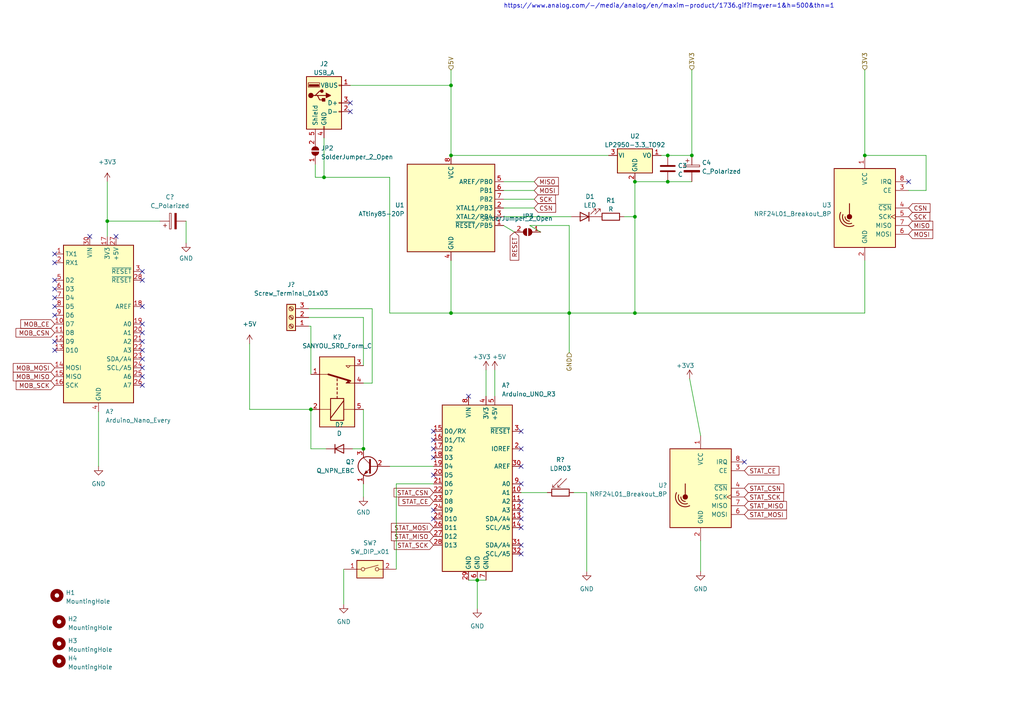
<source format=kicad_sch>
(kicad_sch (version 20211123) (generator eeschema)

  (uuid e63e39d7-6ac0-4ffd-8aa3-1841a4541b55)

  (paper "A4")

  (lib_symbols
    (symbol "Connector:Screw_Terminal_01x03" (pin_names (offset 1.016) hide) (in_bom yes) (on_board yes)
      (property "Reference" "J" (id 0) (at 0 5.08 0)
        (effects (font (size 1.27 1.27)))
      )
      (property "Value" "Screw_Terminal_01x03" (id 1) (at 0 -5.08 0)
        (effects (font (size 1.27 1.27)))
      )
      (property "Footprint" "" (id 2) (at 0 0 0)
        (effects (font (size 1.27 1.27)) hide)
      )
      (property "Datasheet" "~" (id 3) (at 0 0 0)
        (effects (font (size 1.27 1.27)) hide)
      )
      (property "ki_keywords" "screw terminal" (id 4) (at 0 0 0)
        (effects (font (size 1.27 1.27)) hide)
      )
      (property "ki_description" "Generic screw terminal, single row, 01x03, script generated (kicad-library-utils/schlib/autogen/connector/)" (id 5) (at 0 0 0)
        (effects (font (size 1.27 1.27)) hide)
      )
      (property "ki_fp_filters" "TerminalBlock*:*" (id 6) (at 0 0 0)
        (effects (font (size 1.27 1.27)) hide)
      )
      (symbol "Screw_Terminal_01x03_1_1"
        (rectangle (start -1.27 3.81) (end 1.27 -3.81)
          (stroke (width 0.254) (type default) (color 0 0 0 0))
          (fill (type background))
        )
        (circle (center 0 -2.54) (radius 0.635)
          (stroke (width 0.1524) (type default) (color 0 0 0 0))
          (fill (type none))
        )
        (polyline
          (pts
            (xy -0.5334 -2.2098)
            (xy 0.3302 -3.048)
          )
          (stroke (width 0.1524) (type default) (color 0 0 0 0))
          (fill (type none))
        )
        (polyline
          (pts
            (xy -0.5334 0.3302)
            (xy 0.3302 -0.508)
          )
          (stroke (width 0.1524) (type default) (color 0 0 0 0))
          (fill (type none))
        )
        (polyline
          (pts
            (xy -0.5334 2.8702)
            (xy 0.3302 2.032)
          )
          (stroke (width 0.1524) (type default) (color 0 0 0 0))
          (fill (type none))
        )
        (polyline
          (pts
            (xy -0.3556 -2.032)
            (xy 0.508 -2.8702)
          )
          (stroke (width 0.1524) (type default) (color 0 0 0 0))
          (fill (type none))
        )
        (polyline
          (pts
            (xy -0.3556 0.508)
            (xy 0.508 -0.3302)
          )
          (stroke (width 0.1524) (type default) (color 0 0 0 0))
          (fill (type none))
        )
        (polyline
          (pts
            (xy -0.3556 3.048)
            (xy 0.508 2.2098)
          )
          (stroke (width 0.1524) (type default) (color 0 0 0 0))
          (fill (type none))
        )
        (circle (center 0 0) (radius 0.635)
          (stroke (width 0.1524) (type default) (color 0 0 0 0))
          (fill (type none))
        )
        (circle (center 0 2.54) (radius 0.635)
          (stroke (width 0.1524) (type default) (color 0 0 0 0))
          (fill (type none))
        )
        (pin passive line (at -5.08 2.54 0) (length 3.81)
          (name "Pin_1" (effects (font (size 1.27 1.27))))
          (number "1" (effects (font (size 1.27 1.27))))
        )
        (pin passive line (at -5.08 0 0) (length 3.81)
          (name "Pin_2" (effects (font (size 1.27 1.27))))
          (number "2" (effects (font (size 1.27 1.27))))
        )
        (pin passive line (at -5.08 -2.54 0) (length 3.81)
          (name "Pin_3" (effects (font (size 1.27 1.27))))
          (number "3" (effects (font (size 1.27 1.27))))
        )
      )
    )
    (symbol "Connector:USB_A" (pin_names (offset 1.016)) (in_bom yes) (on_board yes)
      (property "Reference" "J" (id 0) (at -5.08 11.43 0)
        (effects (font (size 1.27 1.27)) (justify left))
      )
      (property "Value" "USB_A" (id 1) (at -5.08 8.89 0)
        (effects (font (size 1.27 1.27)) (justify left))
      )
      (property "Footprint" "" (id 2) (at 3.81 -1.27 0)
        (effects (font (size 1.27 1.27)) hide)
      )
      (property "Datasheet" " ~" (id 3) (at 3.81 -1.27 0)
        (effects (font (size 1.27 1.27)) hide)
      )
      (property "ki_keywords" "connector USB" (id 4) (at 0 0 0)
        (effects (font (size 1.27 1.27)) hide)
      )
      (property "ki_description" "USB Type A connector" (id 5) (at 0 0 0)
        (effects (font (size 1.27 1.27)) hide)
      )
      (property "ki_fp_filters" "USB*" (id 6) (at 0 0 0)
        (effects (font (size 1.27 1.27)) hide)
      )
      (symbol "USB_A_0_1"
        (rectangle (start -5.08 -7.62) (end 5.08 7.62)
          (stroke (width 0.254) (type default) (color 0 0 0 0))
          (fill (type background))
        )
        (circle (center -3.81 2.159) (radius 0.635)
          (stroke (width 0.254) (type default) (color 0 0 0 0))
          (fill (type outline))
        )
        (rectangle (start -1.524 4.826) (end -4.318 5.334)
          (stroke (width 0) (type default) (color 0 0 0 0))
          (fill (type outline))
        )
        (rectangle (start -1.27 4.572) (end -4.572 5.842)
          (stroke (width 0) (type default) (color 0 0 0 0))
          (fill (type none))
        )
        (circle (center -0.635 3.429) (radius 0.381)
          (stroke (width 0.254) (type default) (color 0 0 0 0))
          (fill (type outline))
        )
        (rectangle (start -0.127 -7.62) (end 0.127 -6.858)
          (stroke (width 0) (type default) (color 0 0 0 0))
          (fill (type none))
        )
        (polyline
          (pts
            (xy -3.175 2.159)
            (xy -2.54 2.159)
            (xy -1.27 3.429)
            (xy -0.635 3.429)
          )
          (stroke (width 0.254) (type default) (color 0 0 0 0))
          (fill (type none))
        )
        (polyline
          (pts
            (xy -2.54 2.159)
            (xy -1.905 2.159)
            (xy -1.27 0.889)
            (xy 0 0.889)
          )
          (stroke (width 0.254) (type default) (color 0 0 0 0))
          (fill (type none))
        )
        (polyline
          (pts
            (xy 0.635 2.794)
            (xy 0.635 1.524)
            (xy 1.905 2.159)
            (xy 0.635 2.794)
          )
          (stroke (width 0.254) (type default) (color 0 0 0 0))
          (fill (type outline))
        )
        (rectangle (start 0.254 1.27) (end -0.508 0.508)
          (stroke (width 0.254) (type default) (color 0 0 0 0))
          (fill (type outline))
        )
        (rectangle (start 5.08 -2.667) (end 4.318 -2.413)
          (stroke (width 0) (type default) (color 0 0 0 0))
          (fill (type none))
        )
        (rectangle (start 5.08 -0.127) (end 4.318 0.127)
          (stroke (width 0) (type default) (color 0 0 0 0))
          (fill (type none))
        )
        (rectangle (start 5.08 4.953) (end 4.318 5.207)
          (stroke (width 0) (type default) (color 0 0 0 0))
          (fill (type none))
        )
      )
      (symbol "USB_A_1_1"
        (polyline
          (pts
            (xy -1.905 2.159)
            (xy 0.635 2.159)
          )
          (stroke (width 0.254) (type default) (color 0 0 0 0))
          (fill (type none))
        )
        (pin power_in line (at 7.62 5.08 180) (length 2.54)
          (name "VBUS" (effects (font (size 1.27 1.27))))
          (number "1" (effects (font (size 1.27 1.27))))
        )
        (pin bidirectional line (at 7.62 -2.54 180) (length 2.54)
          (name "D-" (effects (font (size 1.27 1.27))))
          (number "2" (effects (font (size 1.27 1.27))))
        )
        (pin bidirectional line (at 7.62 0 180) (length 2.54)
          (name "D+" (effects (font (size 1.27 1.27))))
          (number "3" (effects (font (size 1.27 1.27))))
        )
        (pin power_in line (at 0 -10.16 90) (length 2.54)
          (name "GND" (effects (font (size 1.27 1.27))))
          (number "4" (effects (font (size 1.27 1.27))))
        )
        (pin passive line (at -2.54 -10.16 90) (length 2.54)
          (name "Shield" (effects (font (size 1.27 1.27))))
          (number "5" (effects (font (size 1.27 1.27))))
        )
      )
    )
    (symbol "Device:C" (pin_numbers hide) (pin_names (offset 0.254)) (in_bom yes) (on_board yes)
      (property "Reference" "C" (id 0) (at 0.635 2.54 0)
        (effects (font (size 1.27 1.27)) (justify left))
      )
      (property "Value" "C" (id 1) (at 0.635 -2.54 0)
        (effects (font (size 1.27 1.27)) (justify left))
      )
      (property "Footprint" "" (id 2) (at 0.9652 -3.81 0)
        (effects (font (size 1.27 1.27)) hide)
      )
      (property "Datasheet" "~" (id 3) (at 0 0 0)
        (effects (font (size 1.27 1.27)) hide)
      )
      (property "ki_keywords" "cap capacitor" (id 4) (at 0 0 0)
        (effects (font (size 1.27 1.27)) hide)
      )
      (property "ki_description" "Unpolarized capacitor" (id 5) (at 0 0 0)
        (effects (font (size 1.27 1.27)) hide)
      )
      (property "ki_fp_filters" "C_*" (id 6) (at 0 0 0)
        (effects (font (size 1.27 1.27)) hide)
      )
      (symbol "C_0_1"
        (polyline
          (pts
            (xy -2.032 -0.762)
            (xy 2.032 -0.762)
          )
          (stroke (width 0.508) (type default) (color 0 0 0 0))
          (fill (type none))
        )
        (polyline
          (pts
            (xy -2.032 0.762)
            (xy 2.032 0.762)
          )
          (stroke (width 0.508) (type default) (color 0 0 0 0))
          (fill (type none))
        )
      )
      (symbol "C_1_1"
        (pin passive line (at 0 3.81 270) (length 2.794)
          (name "~" (effects (font (size 1.27 1.27))))
          (number "1" (effects (font (size 1.27 1.27))))
        )
        (pin passive line (at 0 -3.81 90) (length 2.794)
          (name "~" (effects (font (size 1.27 1.27))))
          (number "2" (effects (font (size 1.27 1.27))))
        )
      )
    )
    (symbol "Device:C_Polarized" (pin_numbers hide) (pin_names (offset 0.254)) (in_bom yes) (on_board yes)
      (property "Reference" "C" (id 0) (at 0.635 2.54 0)
        (effects (font (size 1.27 1.27)) (justify left))
      )
      (property "Value" "C_Polarized" (id 1) (at 0.635 -2.54 0)
        (effects (font (size 1.27 1.27)) (justify left))
      )
      (property "Footprint" "" (id 2) (at 0.9652 -3.81 0)
        (effects (font (size 1.27 1.27)) hide)
      )
      (property "Datasheet" "~" (id 3) (at 0 0 0)
        (effects (font (size 1.27 1.27)) hide)
      )
      (property "ki_keywords" "cap capacitor" (id 4) (at 0 0 0)
        (effects (font (size 1.27 1.27)) hide)
      )
      (property "ki_description" "Polarized capacitor" (id 5) (at 0 0 0)
        (effects (font (size 1.27 1.27)) hide)
      )
      (property "ki_fp_filters" "CP_*" (id 6) (at 0 0 0)
        (effects (font (size 1.27 1.27)) hide)
      )
      (symbol "C_Polarized_0_1"
        (rectangle (start -2.286 0.508) (end 2.286 1.016)
          (stroke (width 0) (type default) (color 0 0 0 0))
          (fill (type none))
        )
        (polyline
          (pts
            (xy -1.778 2.286)
            (xy -0.762 2.286)
          )
          (stroke (width 0) (type default) (color 0 0 0 0))
          (fill (type none))
        )
        (polyline
          (pts
            (xy -1.27 2.794)
            (xy -1.27 1.778)
          )
          (stroke (width 0) (type default) (color 0 0 0 0))
          (fill (type none))
        )
        (rectangle (start 2.286 -0.508) (end -2.286 -1.016)
          (stroke (width 0) (type default) (color 0 0 0 0))
          (fill (type outline))
        )
      )
      (symbol "C_Polarized_1_1"
        (pin passive line (at 0 3.81 270) (length 2.794)
          (name "~" (effects (font (size 1.27 1.27))))
          (number "1" (effects (font (size 1.27 1.27))))
        )
        (pin passive line (at 0 -3.81 90) (length 2.794)
          (name "~" (effects (font (size 1.27 1.27))))
          (number "2" (effects (font (size 1.27 1.27))))
        )
      )
    )
    (symbol "Device:D" (pin_numbers hide) (pin_names (offset 1.016) hide) (in_bom yes) (on_board yes)
      (property "Reference" "D" (id 0) (at 0 2.54 0)
        (effects (font (size 1.27 1.27)))
      )
      (property "Value" "D" (id 1) (at 0 -2.54 0)
        (effects (font (size 1.27 1.27)))
      )
      (property "Footprint" "" (id 2) (at 0 0 0)
        (effects (font (size 1.27 1.27)) hide)
      )
      (property "Datasheet" "~" (id 3) (at 0 0 0)
        (effects (font (size 1.27 1.27)) hide)
      )
      (property "ki_keywords" "diode" (id 4) (at 0 0 0)
        (effects (font (size 1.27 1.27)) hide)
      )
      (property "ki_description" "Diode" (id 5) (at 0 0 0)
        (effects (font (size 1.27 1.27)) hide)
      )
      (property "ki_fp_filters" "TO-???* *_Diode_* *SingleDiode* D_*" (id 6) (at 0 0 0)
        (effects (font (size 1.27 1.27)) hide)
      )
      (symbol "D_0_1"
        (polyline
          (pts
            (xy -1.27 1.27)
            (xy -1.27 -1.27)
          )
          (stroke (width 0.254) (type default) (color 0 0 0 0))
          (fill (type none))
        )
        (polyline
          (pts
            (xy 1.27 0)
            (xy -1.27 0)
          )
          (stroke (width 0) (type default) (color 0 0 0 0))
          (fill (type none))
        )
        (polyline
          (pts
            (xy 1.27 1.27)
            (xy 1.27 -1.27)
            (xy -1.27 0)
            (xy 1.27 1.27)
          )
          (stroke (width 0.254) (type default) (color 0 0 0 0))
          (fill (type none))
        )
      )
      (symbol "D_1_1"
        (pin passive line (at -3.81 0 0) (length 2.54)
          (name "K" (effects (font (size 1.27 1.27))))
          (number "1" (effects (font (size 1.27 1.27))))
        )
        (pin passive line (at 3.81 0 180) (length 2.54)
          (name "A" (effects (font (size 1.27 1.27))))
          (number "2" (effects (font (size 1.27 1.27))))
        )
      )
    )
    (symbol "Device:LED" (pin_numbers hide) (pin_names (offset 1.016) hide) (in_bom yes) (on_board yes)
      (property "Reference" "D" (id 0) (at 0 2.54 0)
        (effects (font (size 1.27 1.27)))
      )
      (property "Value" "LED" (id 1) (at 0 -2.54 0)
        (effects (font (size 1.27 1.27)))
      )
      (property "Footprint" "" (id 2) (at 0 0 0)
        (effects (font (size 1.27 1.27)) hide)
      )
      (property "Datasheet" "~" (id 3) (at 0 0 0)
        (effects (font (size 1.27 1.27)) hide)
      )
      (property "ki_keywords" "LED diode" (id 4) (at 0 0 0)
        (effects (font (size 1.27 1.27)) hide)
      )
      (property "ki_description" "Light emitting diode" (id 5) (at 0 0 0)
        (effects (font (size 1.27 1.27)) hide)
      )
      (property "ki_fp_filters" "LED* LED_SMD:* LED_THT:*" (id 6) (at 0 0 0)
        (effects (font (size 1.27 1.27)) hide)
      )
      (symbol "LED_0_1"
        (polyline
          (pts
            (xy -1.27 -1.27)
            (xy -1.27 1.27)
          )
          (stroke (width 0.254) (type default) (color 0 0 0 0))
          (fill (type none))
        )
        (polyline
          (pts
            (xy -1.27 0)
            (xy 1.27 0)
          )
          (stroke (width 0) (type default) (color 0 0 0 0))
          (fill (type none))
        )
        (polyline
          (pts
            (xy 1.27 -1.27)
            (xy 1.27 1.27)
            (xy -1.27 0)
            (xy 1.27 -1.27)
          )
          (stroke (width 0.254) (type default) (color 0 0 0 0))
          (fill (type none))
        )
        (polyline
          (pts
            (xy -3.048 -0.762)
            (xy -4.572 -2.286)
            (xy -3.81 -2.286)
            (xy -4.572 -2.286)
            (xy -4.572 -1.524)
          )
          (stroke (width 0) (type default) (color 0 0 0 0))
          (fill (type none))
        )
        (polyline
          (pts
            (xy -1.778 -0.762)
            (xy -3.302 -2.286)
            (xy -2.54 -2.286)
            (xy -3.302 -2.286)
            (xy -3.302 -1.524)
          )
          (stroke (width 0) (type default) (color 0 0 0 0))
          (fill (type none))
        )
      )
      (symbol "LED_1_1"
        (pin passive line (at -3.81 0 0) (length 2.54)
          (name "K" (effects (font (size 1.27 1.27))))
          (number "1" (effects (font (size 1.27 1.27))))
        )
        (pin passive line (at 3.81 0 180) (length 2.54)
          (name "A" (effects (font (size 1.27 1.27))))
          (number "2" (effects (font (size 1.27 1.27))))
        )
      )
    )
    (symbol "Device:Q_NPN_EBC" (pin_names (offset 0) hide) (in_bom yes) (on_board yes)
      (property "Reference" "Q" (id 0) (at 5.08 1.27 0)
        (effects (font (size 1.27 1.27)) (justify left))
      )
      (property "Value" "Q_NPN_EBC" (id 1) (at 5.08 -1.27 0)
        (effects (font (size 1.27 1.27)) (justify left))
      )
      (property "Footprint" "" (id 2) (at 5.08 2.54 0)
        (effects (font (size 1.27 1.27)) hide)
      )
      (property "Datasheet" "~" (id 3) (at 0 0 0)
        (effects (font (size 1.27 1.27)) hide)
      )
      (property "ki_keywords" "transistor NPN" (id 4) (at 0 0 0)
        (effects (font (size 1.27 1.27)) hide)
      )
      (property "ki_description" "NPN transistor, emitter/base/collector" (id 5) (at 0 0 0)
        (effects (font (size 1.27 1.27)) hide)
      )
      (symbol "Q_NPN_EBC_0_1"
        (polyline
          (pts
            (xy 0.635 0.635)
            (xy 2.54 2.54)
          )
          (stroke (width 0) (type default) (color 0 0 0 0))
          (fill (type none))
        )
        (polyline
          (pts
            (xy 0.635 -0.635)
            (xy 2.54 -2.54)
            (xy 2.54 -2.54)
          )
          (stroke (width 0) (type default) (color 0 0 0 0))
          (fill (type none))
        )
        (polyline
          (pts
            (xy 0.635 1.905)
            (xy 0.635 -1.905)
            (xy 0.635 -1.905)
          )
          (stroke (width 0.508) (type default) (color 0 0 0 0))
          (fill (type none))
        )
        (polyline
          (pts
            (xy 1.27 -1.778)
            (xy 1.778 -1.27)
            (xy 2.286 -2.286)
            (xy 1.27 -1.778)
            (xy 1.27 -1.778)
          )
          (stroke (width 0) (type default) (color 0 0 0 0))
          (fill (type outline))
        )
        (circle (center 1.27 0) (radius 2.8194)
          (stroke (width 0.254) (type default) (color 0 0 0 0))
          (fill (type none))
        )
      )
      (symbol "Q_NPN_EBC_1_1"
        (pin passive line (at 2.54 -5.08 90) (length 2.54)
          (name "E" (effects (font (size 1.27 1.27))))
          (number "1" (effects (font (size 1.27 1.27))))
        )
        (pin passive line (at -5.08 0 0) (length 5.715)
          (name "B" (effects (font (size 1.27 1.27))))
          (number "2" (effects (font (size 1.27 1.27))))
        )
        (pin passive line (at 2.54 5.08 270) (length 2.54)
          (name "C" (effects (font (size 1.27 1.27))))
          (number "3" (effects (font (size 1.27 1.27))))
        )
      )
    )
    (symbol "Device:R" (pin_numbers hide) (pin_names (offset 0)) (in_bom yes) (on_board yes)
      (property "Reference" "R" (id 0) (at 2.032 0 90)
        (effects (font (size 1.27 1.27)))
      )
      (property "Value" "R" (id 1) (at 0 0 90)
        (effects (font (size 1.27 1.27)))
      )
      (property "Footprint" "" (id 2) (at -1.778 0 90)
        (effects (font (size 1.27 1.27)) hide)
      )
      (property "Datasheet" "~" (id 3) (at 0 0 0)
        (effects (font (size 1.27 1.27)) hide)
      )
      (property "ki_keywords" "R res resistor" (id 4) (at 0 0 0)
        (effects (font (size 1.27 1.27)) hide)
      )
      (property "ki_description" "Resistor" (id 5) (at 0 0 0)
        (effects (font (size 1.27 1.27)) hide)
      )
      (property "ki_fp_filters" "R_*" (id 6) (at 0 0 0)
        (effects (font (size 1.27 1.27)) hide)
      )
      (symbol "R_0_1"
        (rectangle (start -1.016 -2.54) (end 1.016 2.54)
          (stroke (width 0.254) (type default) (color 0 0 0 0))
          (fill (type none))
        )
      )
      (symbol "R_1_1"
        (pin passive line (at 0 3.81 270) (length 1.27)
          (name "~" (effects (font (size 1.27 1.27))))
          (number "1" (effects (font (size 1.27 1.27))))
        )
        (pin passive line (at 0 -3.81 90) (length 1.27)
          (name "~" (effects (font (size 1.27 1.27))))
          (number "2" (effects (font (size 1.27 1.27))))
        )
      )
    )
    (symbol "Jumper:SolderJumper_2_Open" (pin_names (offset 0) hide) (in_bom yes) (on_board yes)
      (property "Reference" "JP" (id 0) (at 0 2.032 0)
        (effects (font (size 1.27 1.27)))
      )
      (property "Value" "SolderJumper_2_Open" (id 1) (at 0 -2.54 0)
        (effects (font (size 1.27 1.27)))
      )
      (property "Footprint" "" (id 2) (at 0 0 0)
        (effects (font (size 1.27 1.27)) hide)
      )
      (property "Datasheet" "~" (id 3) (at 0 0 0)
        (effects (font (size 1.27 1.27)) hide)
      )
      (property "ki_keywords" "solder jumper SPST" (id 4) (at 0 0 0)
        (effects (font (size 1.27 1.27)) hide)
      )
      (property "ki_description" "Solder Jumper, 2-pole, open" (id 5) (at 0 0 0)
        (effects (font (size 1.27 1.27)) hide)
      )
      (property "ki_fp_filters" "SolderJumper*Open*" (id 6) (at 0 0 0)
        (effects (font (size 1.27 1.27)) hide)
      )
      (symbol "SolderJumper_2_Open_0_1"
        (arc (start -0.254 1.016) (mid -1.27 0) (end -0.254 -1.016)
          (stroke (width 0) (type default) (color 0 0 0 0))
          (fill (type none))
        )
        (arc (start -0.254 1.016) (mid -1.27 0) (end -0.254 -1.016)
          (stroke (width 0) (type default) (color 0 0 0 0))
          (fill (type outline))
        )
        (polyline
          (pts
            (xy -0.254 1.016)
            (xy -0.254 -1.016)
          )
          (stroke (width 0) (type default) (color 0 0 0 0))
          (fill (type none))
        )
        (polyline
          (pts
            (xy 0.254 1.016)
            (xy 0.254 -1.016)
          )
          (stroke (width 0) (type default) (color 0 0 0 0))
          (fill (type none))
        )
        (arc (start 0.254 -1.016) (mid 1.27 0) (end 0.254 1.016)
          (stroke (width 0) (type default) (color 0 0 0 0))
          (fill (type none))
        )
        (arc (start 0.254 -1.016) (mid 1.27 0) (end 0.254 1.016)
          (stroke (width 0) (type default) (color 0 0 0 0))
          (fill (type outline))
        )
      )
      (symbol "SolderJumper_2_Open_1_1"
        (pin passive line (at -3.81 0 0) (length 2.54)
          (name "A" (effects (font (size 1.27 1.27))))
          (number "1" (effects (font (size 1.27 1.27))))
        )
        (pin passive line (at 3.81 0 180) (length 2.54)
          (name "B" (effects (font (size 1.27 1.27))))
          (number "2" (effects (font (size 1.27 1.27))))
        )
      )
    )
    (symbol "MCU_Microchip_ATtiny:ATtiny85-20P" (in_bom yes) (on_board yes)
      (property "Reference" "U" (id 0) (at -12.7 13.97 0)
        (effects (font (size 1.27 1.27)) (justify left bottom))
      )
      (property "Value" "ATtiny85-20P" (id 1) (at 2.54 -13.97 0)
        (effects (font (size 1.27 1.27)) (justify left top))
      )
      (property "Footprint" "Package_DIP:DIP-8_W7.62mm" (id 2) (at 0 0 0)
        (effects (font (size 1.27 1.27) italic) hide)
      )
      (property "Datasheet" "http://ww1.microchip.com/downloads/en/DeviceDoc/atmel-2586-avr-8-bit-microcontroller-attiny25-attiny45-attiny85_datasheet.pdf" (id 3) (at 0 0 0)
        (effects (font (size 1.27 1.27)) hide)
      )
      (property "ki_keywords" "AVR 8bit Microcontroller tinyAVR" (id 4) (at 0 0 0)
        (effects (font (size 1.27 1.27)) hide)
      )
      (property "ki_description" "20MHz, 8kB Flash, 512B SRAM, 512B EEPROM, debugWIRE, DIP-8" (id 5) (at 0 0 0)
        (effects (font (size 1.27 1.27)) hide)
      )
      (property "ki_fp_filters" "DIP*W7.62mm*" (id 6) (at 0 0 0)
        (effects (font (size 1.27 1.27)) hide)
      )
      (symbol "ATtiny85-20P_0_1"
        (rectangle (start -12.7 -12.7) (end 12.7 12.7)
          (stroke (width 0.254) (type default) (color 0 0 0 0))
          (fill (type background))
        )
      )
      (symbol "ATtiny85-20P_1_1"
        (pin bidirectional line (at 15.24 -5.08 180) (length 2.54)
          (name "~{RESET}/PB5" (effects (font (size 1.27 1.27))))
          (number "1" (effects (font (size 1.27 1.27))))
        )
        (pin bidirectional line (at 15.24 0 180) (length 2.54)
          (name "XTAL1/PB3" (effects (font (size 1.27 1.27))))
          (number "2" (effects (font (size 1.27 1.27))))
        )
        (pin bidirectional line (at 15.24 -2.54 180) (length 2.54)
          (name "XTAL2/PB4" (effects (font (size 1.27 1.27))))
          (number "3" (effects (font (size 1.27 1.27))))
        )
        (pin power_in line (at 0 -15.24 90) (length 2.54)
          (name "GND" (effects (font (size 1.27 1.27))))
          (number "4" (effects (font (size 1.27 1.27))))
        )
        (pin bidirectional line (at 15.24 7.62 180) (length 2.54)
          (name "AREF/PB0" (effects (font (size 1.27 1.27))))
          (number "5" (effects (font (size 1.27 1.27))))
        )
        (pin bidirectional line (at 15.24 5.08 180) (length 2.54)
          (name "PB1" (effects (font (size 1.27 1.27))))
          (number "6" (effects (font (size 1.27 1.27))))
        )
        (pin bidirectional line (at 15.24 2.54 180) (length 2.54)
          (name "PB2" (effects (font (size 1.27 1.27))))
          (number "7" (effects (font (size 1.27 1.27))))
        )
        (pin power_in line (at 0 15.24 270) (length 2.54)
          (name "VCC" (effects (font (size 1.27 1.27))))
          (number "8" (effects (font (size 1.27 1.27))))
        )
      )
    )
    (symbol "MCU_Module:Arduino_Nano_Every" (in_bom yes) (on_board yes)
      (property "Reference" "A" (id 0) (at -10.16 23.495 0)
        (effects (font (size 1.27 1.27)) (justify left bottom))
      )
      (property "Value" "Arduino_Nano_Every" (id 1) (at 5.08 -24.13 0)
        (effects (font (size 1.27 1.27)) (justify left top))
      )
      (property "Footprint" "Module:Arduino_Nano" (id 2) (at 0 0 0)
        (effects (font (size 1.27 1.27) italic) hide)
      )
      (property "Datasheet" "https://content.arduino.cc/assets/NANOEveryV3.0_sch.pdf" (id 3) (at 0 0 0)
        (effects (font (size 1.27 1.27)) hide)
      )
      (property "ki_keywords" "Arduino nano microcontroller module USB UPDI AATMega4809 AVR" (id 4) (at 0 0 0)
        (effects (font (size 1.27 1.27)) hide)
      )
      (property "ki_description" "Arduino Nano Every" (id 5) (at 0 0 0)
        (effects (font (size 1.27 1.27)) hide)
      )
      (property "ki_fp_filters" "Arduino*Nano*" (id 6) (at 0 0 0)
        (effects (font (size 1.27 1.27)) hide)
      )
      (symbol "Arduino_Nano_Every_0_1"
        (rectangle (start -10.16 22.86) (end 10.16 -22.86)
          (stroke (width 0.254) (type default) (color 0 0 0 0))
          (fill (type background))
        )
      )
      (symbol "Arduino_Nano_Every_1_1"
        (pin bidirectional line (at -12.7 20.32 0) (length 2.54)
          (name "TX1" (effects (font (size 1.27 1.27))))
          (number "1" (effects (font (size 1.27 1.27))))
        )
        (pin bidirectional line (at -12.7 0 0) (length 2.54)
          (name "D7" (effects (font (size 1.27 1.27))))
          (number "10" (effects (font (size 1.27 1.27))))
        )
        (pin bidirectional line (at -12.7 -2.54 0) (length 2.54)
          (name "D8" (effects (font (size 1.27 1.27))))
          (number "11" (effects (font (size 1.27 1.27))))
        )
        (pin bidirectional line (at -12.7 -5.08 0) (length 2.54)
          (name "D9" (effects (font (size 1.27 1.27))))
          (number "12" (effects (font (size 1.27 1.27))))
        )
        (pin bidirectional line (at -12.7 -7.62 0) (length 2.54)
          (name "D10" (effects (font (size 1.27 1.27))))
          (number "13" (effects (font (size 1.27 1.27))))
        )
        (pin bidirectional line (at -12.7 -12.7 0) (length 2.54)
          (name "MOSI" (effects (font (size 1.27 1.27))))
          (number "14" (effects (font (size 1.27 1.27))))
        )
        (pin bidirectional line (at -12.7 -15.24 0) (length 2.54)
          (name "MISO" (effects (font (size 1.27 1.27))))
          (number "15" (effects (font (size 1.27 1.27))))
        )
        (pin bidirectional line (at -12.7 -17.78 0) (length 2.54)
          (name "SCK" (effects (font (size 1.27 1.27))))
          (number "16" (effects (font (size 1.27 1.27))))
        )
        (pin power_out line (at 2.54 25.4 270) (length 2.54)
          (name "3V3" (effects (font (size 1.27 1.27))))
          (number "17" (effects (font (size 1.27 1.27))))
        )
        (pin input line (at 12.7 5.08 180) (length 2.54)
          (name "AREF" (effects (font (size 1.27 1.27))))
          (number "18" (effects (font (size 1.27 1.27))))
        )
        (pin bidirectional line (at 12.7 0 180) (length 2.54)
          (name "A0" (effects (font (size 1.27 1.27))))
          (number "19" (effects (font (size 1.27 1.27))))
        )
        (pin bidirectional line (at -12.7 17.78 0) (length 2.54)
          (name "RX1" (effects (font (size 1.27 1.27))))
          (number "2" (effects (font (size 1.27 1.27))))
        )
        (pin bidirectional line (at 12.7 -2.54 180) (length 2.54)
          (name "A1" (effects (font (size 1.27 1.27))))
          (number "20" (effects (font (size 1.27 1.27))))
        )
        (pin bidirectional line (at 12.7 -5.08 180) (length 2.54)
          (name "A2" (effects (font (size 1.27 1.27))))
          (number "21" (effects (font (size 1.27 1.27))))
        )
        (pin bidirectional line (at 12.7 -7.62 180) (length 2.54)
          (name "A3" (effects (font (size 1.27 1.27))))
          (number "22" (effects (font (size 1.27 1.27))))
        )
        (pin bidirectional line (at 12.7 -10.16 180) (length 2.54)
          (name "SDA/A4" (effects (font (size 1.27 1.27))))
          (number "23" (effects (font (size 1.27 1.27))))
        )
        (pin bidirectional line (at 12.7 -12.7 180) (length 2.54)
          (name "SCL/A5" (effects (font (size 1.27 1.27))))
          (number "24" (effects (font (size 1.27 1.27))))
        )
        (pin bidirectional line (at 12.7 -15.24 180) (length 2.54)
          (name "A6" (effects (font (size 1.27 1.27))))
          (number "25" (effects (font (size 1.27 1.27))))
        )
        (pin bidirectional line (at 12.7 -17.78 180) (length 2.54)
          (name "A7" (effects (font (size 1.27 1.27))))
          (number "26" (effects (font (size 1.27 1.27))))
        )
        (pin power_out line (at 5.08 25.4 270) (length 2.54)
          (name "+5V" (effects (font (size 1.27 1.27))))
          (number "27" (effects (font (size 1.27 1.27))))
        )
        (pin input line (at 12.7 12.7 180) (length 2.54)
          (name "~{RESET}" (effects (font (size 1.27 1.27))))
          (number "28" (effects (font (size 1.27 1.27))))
        )
        (pin passive line (at 0 -25.4 90) (length 2.54) hide
          (name "GND" (effects (font (size 1.27 1.27))))
          (number "29" (effects (font (size 1.27 1.27))))
        )
        (pin input line (at 12.7 15.24 180) (length 2.54)
          (name "~{RESET}" (effects (font (size 1.27 1.27))))
          (number "3" (effects (font (size 1.27 1.27))))
        )
        (pin power_in line (at -2.54 25.4 270) (length 2.54)
          (name "VIN" (effects (font (size 1.27 1.27))))
          (number "30" (effects (font (size 1.27 1.27))))
        )
        (pin power_in line (at 0 -25.4 90) (length 2.54)
          (name "GND" (effects (font (size 1.27 1.27))))
          (number "4" (effects (font (size 1.27 1.27))))
        )
        (pin bidirectional line (at -12.7 12.7 0) (length 2.54)
          (name "D2" (effects (font (size 1.27 1.27))))
          (number "5" (effects (font (size 1.27 1.27))))
        )
        (pin bidirectional line (at -12.7 10.16 0) (length 2.54)
          (name "D3" (effects (font (size 1.27 1.27))))
          (number "6" (effects (font (size 1.27 1.27))))
        )
        (pin bidirectional line (at -12.7 7.62 0) (length 2.54)
          (name "D4" (effects (font (size 1.27 1.27))))
          (number "7" (effects (font (size 1.27 1.27))))
        )
        (pin bidirectional line (at -12.7 5.08 0) (length 2.54)
          (name "D5" (effects (font (size 1.27 1.27))))
          (number "8" (effects (font (size 1.27 1.27))))
        )
        (pin bidirectional line (at -12.7 2.54 0) (length 2.54)
          (name "D6" (effects (font (size 1.27 1.27))))
          (number "9" (effects (font (size 1.27 1.27))))
        )
      )
    )
    (symbol "MCU_Module:Arduino_UNO_R3" (in_bom yes) (on_board yes)
      (property "Reference" "A" (id 0) (at -10.16 23.495 0)
        (effects (font (size 1.27 1.27)) (justify left bottom))
      )
      (property "Value" "Arduino_UNO_R3" (id 1) (at 5.08 -26.67 0)
        (effects (font (size 1.27 1.27)) (justify left top))
      )
      (property "Footprint" "Module:Arduino_UNO_R3" (id 2) (at 0 0 0)
        (effects (font (size 1.27 1.27) italic) hide)
      )
      (property "Datasheet" "https://www.arduino.cc/en/Main/arduinoBoardUno" (id 3) (at 0 0 0)
        (effects (font (size 1.27 1.27)) hide)
      )
      (property "ki_keywords" "Arduino UNO R3 Microcontroller Module Atmel AVR USB" (id 4) (at 0 0 0)
        (effects (font (size 1.27 1.27)) hide)
      )
      (property "ki_description" "Arduino UNO Microcontroller Module, release 3" (id 5) (at 0 0 0)
        (effects (font (size 1.27 1.27)) hide)
      )
      (property "ki_fp_filters" "Arduino*UNO*R3*" (id 6) (at 0 0 0)
        (effects (font (size 1.27 1.27)) hide)
      )
      (symbol "Arduino_UNO_R3_0_1"
        (rectangle (start -10.16 22.86) (end 10.16 -25.4)
          (stroke (width 0.254) (type default) (color 0 0 0 0))
          (fill (type background))
        )
      )
      (symbol "Arduino_UNO_R3_1_1"
        (pin no_connect line (at -10.16 -20.32 0) (length 2.54) hide
          (name "NC" (effects (font (size 1.27 1.27))))
          (number "1" (effects (font (size 1.27 1.27))))
        )
        (pin bidirectional line (at 12.7 -2.54 180) (length 2.54)
          (name "A1" (effects (font (size 1.27 1.27))))
          (number "10" (effects (font (size 1.27 1.27))))
        )
        (pin bidirectional line (at 12.7 -5.08 180) (length 2.54)
          (name "A2" (effects (font (size 1.27 1.27))))
          (number "11" (effects (font (size 1.27 1.27))))
        )
        (pin bidirectional line (at 12.7 -7.62 180) (length 2.54)
          (name "A3" (effects (font (size 1.27 1.27))))
          (number "12" (effects (font (size 1.27 1.27))))
        )
        (pin bidirectional line (at 12.7 -10.16 180) (length 2.54)
          (name "SDA/A4" (effects (font (size 1.27 1.27))))
          (number "13" (effects (font (size 1.27 1.27))))
        )
        (pin bidirectional line (at 12.7 -12.7 180) (length 2.54)
          (name "SCL/A5" (effects (font (size 1.27 1.27))))
          (number "14" (effects (font (size 1.27 1.27))))
        )
        (pin bidirectional line (at -12.7 15.24 0) (length 2.54)
          (name "D0/RX" (effects (font (size 1.27 1.27))))
          (number "15" (effects (font (size 1.27 1.27))))
        )
        (pin bidirectional line (at -12.7 12.7 0) (length 2.54)
          (name "D1/TX" (effects (font (size 1.27 1.27))))
          (number "16" (effects (font (size 1.27 1.27))))
        )
        (pin bidirectional line (at -12.7 10.16 0) (length 2.54)
          (name "D2" (effects (font (size 1.27 1.27))))
          (number "17" (effects (font (size 1.27 1.27))))
        )
        (pin bidirectional line (at -12.7 7.62 0) (length 2.54)
          (name "D3" (effects (font (size 1.27 1.27))))
          (number "18" (effects (font (size 1.27 1.27))))
        )
        (pin bidirectional line (at -12.7 5.08 0) (length 2.54)
          (name "D4" (effects (font (size 1.27 1.27))))
          (number "19" (effects (font (size 1.27 1.27))))
        )
        (pin output line (at 12.7 10.16 180) (length 2.54)
          (name "IOREF" (effects (font (size 1.27 1.27))))
          (number "2" (effects (font (size 1.27 1.27))))
        )
        (pin bidirectional line (at -12.7 2.54 0) (length 2.54)
          (name "D5" (effects (font (size 1.27 1.27))))
          (number "20" (effects (font (size 1.27 1.27))))
        )
        (pin bidirectional line (at -12.7 0 0) (length 2.54)
          (name "D6" (effects (font (size 1.27 1.27))))
          (number "21" (effects (font (size 1.27 1.27))))
        )
        (pin bidirectional line (at -12.7 -2.54 0) (length 2.54)
          (name "D7" (effects (font (size 1.27 1.27))))
          (number "22" (effects (font (size 1.27 1.27))))
        )
        (pin bidirectional line (at -12.7 -5.08 0) (length 2.54)
          (name "D8" (effects (font (size 1.27 1.27))))
          (number "23" (effects (font (size 1.27 1.27))))
        )
        (pin bidirectional line (at -12.7 -7.62 0) (length 2.54)
          (name "D9" (effects (font (size 1.27 1.27))))
          (number "24" (effects (font (size 1.27 1.27))))
        )
        (pin bidirectional line (at -12.7 -10.16 0) (length 2.54)
          (name "D10" (effects (font (size 1.27 1.27))))
          (number "25" (effects (font (size 1.27 1.27))))
        )
        (pin bidirectional line (at -12.7 -12.7 0) (length 2.54)
          (name "D11" (effects (font (size 1.27 1.27))))
          (number "26" (effects (font (size 1.27 1.27))))
        )
        (pin bidirectional line (at -12.7 -15.24 0) (length 2.54)
          (name "D12" (effects (font (size 1.27 1.27))))
          (number "27" (effects (font (size 1.27 1.27))))
        )
        (pin bidirectional line (at -12.7 -17.78 0) (length 2.54)
          (name "D13" (effects (font (size 1.27 1.27))))
          (number "28" (effects (font (size 1.27 1.27))))
        )
        (pin power_in line (at -2.54 -27.94 90) (length 2.54)
          (name "GND" (effects (font (size 1.27 1.27))))
          (number "29" (effects (font (size 1.27 1.27))))
        )
        (pin input line (at 12.7 15.24 180) (length 2.54)
          (name "~{RESET}" (effects (font (size 1.27 1.27))))
          (number "3" (effects (font (size 1.27 1.27))))
        )
        (pin input line (at 12.7 5.08 180) (length 2.54)
          (name "AREF" (effects (font (size 1.27 1.27))))
          (number "30" (effects (font (size 1.27 1.27))))
        )
        (pin bidirectional line (at 12.7 -17.78 180) (length 2.54)
          (name "SDA/A4" (effects (font (size 1.27 1.27))))
          (number "31" (effects (font (size 1.27 1.27))))
        )
        (pin bidirectional line (at 12.7 -20.32 180) (length 2.54)
          (name "SCL/A5" (effects (font (size 1.27 1.27))))
          (number "32" (effects (font (size 1.27 1.27))))
        )
        (pin power_out line (at 2.54 25.4 270) (length 2.54)
          (name "3V3" (effects (font (size 1.27 1.27))))
          (number "4" (effects (font (size 1.27 1.27))))
        )
        (pin power_out line (at 5.08 25.4 270) (length 2.54)
          (name "+5V" (effects (font (size 1.27 1.27))))
          (number "5" (effects (font (size 1.27 1.27))))
        )
        (pin power_in line (at 0 -27.94 90) (length 2.54)
          (name "GND" (effects (font (size 1.27 1.27))))
          (number "6" (effects (font (size 1.27 1.27))))
        )
        (pin power_in line (at 2.54 -27.94 90) (length 2.54)
          (name "GND" (effects (font (size 1.27 1.27))))
          (number "7" (effects (font (size 1.27 1.27))))
        )
        (pin power_in line (at -2.54 25.4 270) (length 2.54)
          (name "VIN" (effects (font (size 1.27 1.27))))
          (number "8" (effects (font (size 1.27 1.27))))
        )
        (pin bidirectional line (at 12.7 0 180) (length 2.54)
          (name "A0" (effects (font (size 1.27 1.27))))
          (number "9" (effects (font (size 1.27 1.27))))
        )
      )
    )
    (symbol "Mechanical:MountingHole" (pin_names (offset 1.016)) (in_bom yes) (on_board yes)
      (property "Reference" "H" (id 0) (at 0 5.08 0)
        (effects (font (size 1.27 1.27)))
      )
      (property "Value" "MountingHole" (id 1) (at 0 3.175 0)
        (effects (font (size 1.27 1.27)))
      )
      (property "Footprint" "" (id 2) (at 0 0 0)
        (effects (font (size 1.27 1.27)) hide)
      )
      (property "Datasheet" "~" (id 3) (at 0 0 0)
        (effects (font (size 1.27 1.27)) hide)
      )
      (property "ki_keywords" "mounting hole" (id 4) (at 0 0 0)
        (effects (font (size 1.27 1.27)) hide)
      )
      (property "ki_description" "Mounting Hole without connection" (id 5) (at 0 0 0)
        (effects (font (size 1.27 1.27)) hide)
      )
      (property "ki_fp_filters" "MountingHole*" (id 6) (at 0 0 0)
        (effects (font (size 1.27 1.27)) hide)
      )
      (symbol "MountingHole_0_1"
        (circle (center 0 0) (radius 1.27)
          (stroke (width 1.27) (type default) (color 0 0 0 0))
          (fill (type none))
        )
      )
    )
    (symbol "RF:NRF24L01_Breakout_8P" (pin_names (offset 1.016)) (in_bom yes) (on_board yes)
      (property "Reference" "U" (id 0) (at -8.89 12.7 0)
        (effects (font (size 1.27 1.27)) (justify left))
      )
      (property "Value" "NRF24L01_Breakout_8P" (id 1) (at 3.81 12.7 0)
        (effects (font (size 1.27 1.27)) (justify left))
      )
      (property "Footprint" "RF_Module:NRF24L01-Module-SMD" (id 2) (at 3.81 15.24 0)
        (effects (font (size 1.27 1.27) italic) (justify left) hide)
      )
      (property "Datasheet" "http://www.nordicsemi.com/eng/content/download/2730/34105/file/nRF24L01_Product_Specification_v2_0.pdf" (id 3) (at 0 -2.54 0)
        (effects (font (size 1.27 1.27)) hide)
      )
      (property "ki_keywords" "Low Power RF Transciever breakout carrier" (id 4) (at 0 0 0)
        (effects (font (size 1.27 1.27)) hide)
      )
      (property "ki_description" "Ultra low power 2.4GHz RF Transceiver, Carrier PCB" (id 5) (at 0 0 0)
        (effects (font (size 1.27 1.27)) hide)
      )
      (property "ki_fp_filters" "nRF24L01*Breakout*" (id 6) (at 0 0 0)
        (effects (font (size 1.27 1.27)) hide)
      )
      (symbol "NRF24L01_Breakout_8P_0_1"
        (rectangle (start -8.89 11.43) (end 8.89 -11.43)
          (stroke (width 0.254) (type default) (color 0 0 0 0))
          (fill (type background))
        )
        (polyline
          (pts
            (xy 4.445 1.905)
            (xy 4.445 -1.27)
          )
          (stroke (width 0.254) (type default) (color 0 0 0 0))
          (fill (type none))
        )
        (circle (center 4.445 2.54) (radius 0.635)
          (stroke (width 0.254) (type default) (color 0 0 0 0))
          (fill (type outline))
        )
        (arc (start 5.715 2.54) (mid 5.3521 3.4546) (end 4.445 3.81)
          (stroke (width 0.254) (type default) (color 0 0 0 0))
          (fill (type none))
        )
        (arc (start 6.35 1.905) (mid 5.8763 3.9854) (end 3.81 4.445)
          (stroke (width 0.254) (type default) (color 0 0 0 0))
          (fill (type none))
        )
        (arc (start 6.985 1.27) (mid 6.453 4.548) (end 3.175 5.08)
          (stroke (width 0.254) (type default) (color 0 0 0 0))
          (fill (type none))
        )
      )
      (symbol "NRF24L01_Breakout_8P_1_1"
        (pin power_in line (at 0 -15.24 90) (length 3.81)
          (name "VCC" (effects (font (size 1.27 1.27))))
          (number "1" (effects (font (size 1.27 1.27))))
        )
        (pin power_in line (at 0 15.24 270) (length 3.81)
          (name "GND" (effects (font (size 1.27 1.27))))
          (number "2" (effects (font (size 1.27 1.27))))
        )
        (pin input line (at -12.7 -5.08 0) (length 3.81)
          (name "CE" (effects (font (size 1.27 1.27))))
          (number "3" (effects (font (size 1.27 1.27))))
        )
        (pin input line (at -12.7 0 0) (length 3.81)
          (name "~{CSN}" (effects (font (size 1.27 1.27))))
          (number "4" (effects (font (size 1.27 1.27))))
        )
        (pin input clock (at -12.7 2.54 0) (length 3.81)
          (name "SCK" (effects (font (size 1.27 1.27))))
          (number "5" (effects (font (size 1.27 1.27))))
        )
        (pin input line (at -12.7 7.62 0) (length 3.81)
          (name "MOSI" (effects (font (size 1.27 1.27))))
          (number "6" (effects (font (size 1.27 1.27))))
        )
        (pin output line (at -12.7 5.08 0) (length 3.81)
          (name "MISO" (effects (font (size 1.27 1.27))))
          (number "7" (effects (font (size 1.27 1.27))))
        )
        (pin output line (at -12.7 -7.62 0) (length 3.81)
          (name "IRQ" (effects (font (size 1.27 1.27))))
          (number "8" (effects (font (size 1.27 1.27))))
        )
      )
    )
    (symbol "Regulator_Linear:LP2950-3.3_TO92" (pin_names (offset 0.254)) (in_bom yes) (on_board yes)
      (property "Reference" "U" (id 0) (at -3.81 3.175 0)
        (effects (font (size 1.27 1.27)))
      )
      (property "Value" "LP2950-3.3_TO92" (id 1) (at 0 3.175 0)
        (effects (font (size 1.27 1.27)) (justify left))
      )
      (property "Footprint" "Package_TO_SOT_THT:TO-92_Inline" (id 2) (at 0 5.715 0)
        (effects (font (size 1.27 1.27) italic) hide)
      )
      (property "Datasheet" "http://www.ti.com/lit/ds/symlink/lp2950.pdf" (id 3) (at 0 -1.27 0)
        (effects (font (size 1.27 1.27)) hide)
      )
      (property "ki_keywords" "Micropower Voltage Regulator 100mA Positive" (id 4) (at 0 0 0)
        (effects (font (size 1.27 1.27)) hide)
      )
      (property "ki_description" "Positive 100mA 30V Linear Micropower Voltage Regulator, Fixed Output 3.3V, TO-92" (id 5) (at 0 0 0)
        (effects (font (size 1.27 1.27)) hide)
      )
      (property "ki_fp_filters" "TO?92*" (id 6) (at 0 0 0)
        (effects (font (size 1.27 1.27)) hide)
      )
      (symbol "LP2950-3.3_TO92_0_1"
        (rectangle (start -5.08 -5.08) (end 5.08 1.905)
          (stroke (width 0.254) (type default) (color 0 0 0 0))
          (fill (type background))
        )
      )
      (symbol "LP2950-3.3_TO92_1_1"
        (pin power_out line (at 7.62 0 180) (length 2.54)
          (name "VO" (effects (font (size 1.27 1.27))))
          (number "1" (effects (font (size 1.27 1.27))))
        )
        (pin power_in line (at 0 -7.62 90) (length 2.54)
          (name "GND" (effects (font (size 1.27 1.27))))
          (number "2" (effects (font (size 1.27 1.27))))
        )
        (pin power_in line (at -7.62 0 0) (length 2.54)
          (name "VI" (effects (font (size 1.27 1.27))))
          (number "3" (effects (font (size 1.27 1.27))))
        )
      )
    )
    (symbol "Relay:SANYOU_SRD_Form_C" (in_bom yes) (on_board yes)
      (property "Reference" "K" (id 0) (at 11.43 3.81 0)
        (effects (font (size 1.27 1.27)) (justify left))
      )
      (property "Value" "SANYOU_SRD_Form_C" (id 1) (at 11.43 1.27 0)
        (effects (font (size 1.27 1.27)) (justify left))
      )
      (property "Footprint" "Relay_THT:Relay_SPDT_SANYOU_SRD_Series_Form_C" (id 2) (at 11.43 -1.27 0)
        (effects (font (size 1.27 1.27)) (justify left) hide)
      )
      (property "Datasheet" "http://www.sanyourelay.ca/public/products/pdf/SRD.pdf" (id 3) (at 0 0 0)
        (effects (font (size 1.27 1.27)) hide)
      )
      (property "ki_keywords" "Single Pole Relay SPDT" (id 4) (at 0 0 0)
        (effects (font (size 1.27 1.27)) hide)
      )
      (property "ki_description" "Sanyo SRD relay, Single Pole Miniature Power Relay," (id 5) (at 0 0 0)
        (effects (font (size 1.27 1.27)) hide)
      )
      (property "ki_fp_filters" "Relay*SPDT*SANYOU*SRD*Series*Form*C*" (id 6) (at 0 0 0)
        (effects (font (size 1.27 1.27)) hide)
      )
      (symbol "SANYOU_SRD_Form_C_0_0"
        (polyline
          (pts
            (xy 7.62 5.08)
            (xy 7.62 2.54)
            (xy 6.985 3.175)
            (xy 7.62 3.81)
          )
          (stroke (width 0) (type default) (color 0 0 0 0))
          (fill (type none))
        )
      )
      (symbol "SANYOU_SRD_Form_C_0_1"
        (rectangle (start -10.16 5.08) (end 10.16 -5.08)
          (stroke (width 0.254) (type default) (color 0 0 0 0))
          (fill (type background))
        )
        (rectangle (start -8.255 1.905) (end -1.905 -1.905)
          (stroke (width 0.254) (type default) (color 0 0 0 0))
          (fill (type none))
        )
        (polyline
          (pts
            (xy -7.62 -1.905)
            (xy -2.54 1.905)
          )
          (stroke (width 0.254) (type default) (color 0 0 0 0))
          (fill (type none))
        )
        (polyline
          (pts
            (xy -5.08 -5.08)
            (xy -5.08 -1.905)
          )
          (stroke (width 0) (type default) (color 0 0 0 0))
          (fill (type none))
        )
        (polyline
          (pts
            (xy -5.08 5.08)
            (xy -5.08 1.905)
          )
          (stroke (width 0) (type default) (color 0 0 0 0))
          (fill (type none))
        )
        (polyline
          (pts
            (xy -1.905 0)
            (xy -1.27 0)
          )
          (stroke (width 0.254) (type default) (color 0 0 0 0))
          (fill (type none))
        )
        (polyline
          (pts
            (xy -0.635 0)
            (xy 0 0)
          )
          (stroke (width 0.254) (type default) (color 0 0 0 0))
          (fill (type none))
        )
        (polyline
          (pts
            (xy 0.635 0)
            (xy 1.27 0)
          )
          (stroke (width 0.254) (type default) (color 0 0 0 0))
          (fill (type none))
        )
        (polyline
          (pts
            (xy 1.905 0)
            (xy 2.54 0)
          )
          (stroke (width 0.254) (type default) (color 0 0 0 0))
          (fill (type none))
        )
        (polyline
          (pts
            (xy 3.175 0)
            (xy 3.81 0)
          )
          (stroke (width 0.254) (type default) (color 0 0 0 0))
          (fill (type none))
        )
        (polyline
          (pts
            (xy 5.08 -2.54)
            (xy 3.175 3.81)
          )
          (stroke (width 0.508) (type default) (color 0 0 0 0))
          (fill (type none))
        )
        (polyline
          (pts
            (xy 5.08 -2.54)
            (xy 5.08 -5.08)
          )
          (stroke (width 0) (type default) (color 0 0 0 0))
          (fill (type none))
        )
      )
      (symbol "SANYOU_SRD_Form_C_1_1"
        (polyline
          (pts
            (xy 2.54 3.81)
            (xy 3.175 3.175)
            (xy 2.54 2.54)
            (xy 2.54 5.08)
          )
          (stroke (width 0) (type default) (color 0 0 0 0))
          (fill (type outline))
        )
        (pin passive line (at 5.08 -7.62 90) (length 2.54)
          (name "~" (effects (font (size 1.27 1.27))))
          (number "1" (effects (font (size 1.27 1.27))))
        )
        (pin passive line (at -5.08 -7.62 90) (length 2.54)
          (name "~" (effects (font (size 1.27 1.27))))
          (number "2" (effects (font (size 1.27 1.27))))
        )
        (pin passive line (at 7.62 7.62 270) (length 2.54)
          (name "~" (effects (font (size 1.27 1.27))))
          (number "3" (effects (font (size 1.27 1.27))))
        )
        (pin passive line (at 2.54 7.62 270) (length 2.54)
          (name "~" (effects (font (size 1.27 1.27))))
          (number "4" (effects (font (size 1.27 1.27))))
        )
        (pin passive line (at -5.08 7.62 270) (length 2.54)
          (name "~" (effects (font (size 1.27 1.27))))
          (number "5" (effects (font (size 1.27 1.27))))
        )
      )
    )
    (symbol "Sensor_Optical:LDR03" (pin_numbers hide) (pin_names (offset 0)) (in_bom yes) (on_board yes)
      (property "Reference" "R" (id 0) (at -5.08 0 90)
        (effects (font (size 1.27 1.27)))
      )
      (property "Value" "LDR03" (id 1) (at 1.905 0 90)
        (effects (font (size 1.27 1.27)) (justify top))
      )
      (property "Footprint" "OptoDevice:R_LDR_10x8.5mm_P7.6mm_Vertical" (id 2) (at 4.445 0 90)
        (effects (font (size 1.27 1.27)) hide)
      )
      (property "Datasheet" "http://www.elektronica-componenten.nl/WebRoot/StoreNL/Shops/61422969/54F1/BA0C/C664/31B9/2173/C0A8/2AB9/2AEF/LDR03IMP.pdf" (id 3) (at 0 -1.27 0)
        (effects (font (size 1.27 1.27)) hide)
      )
      (property "ki_keywords" "light dependent photo resistor LDR" (id 4) (at 0 0 0)
        (effects (font (size 1.27 1.27)) hide)
      )
      (property "ki_description" "light dependent resistor" (id 5) (at 0 0 0)
        (effects (font (size 1.27 1.27)) hide)
      )
      (property "ki_fp_filters" "R*LDR*10x8.5mm*P7.6mm*" (id 6) (at 0 0 0)
        (effects (font (size 1.27 1.27)) hide)
      )
      (symbol "LDR03_0_1"
        (rectangle (start -1.016 2.54) (end 1.016 -2.54)
          (stroke (width 0.254) (type default) (color 0 0 0 0))
          (fill (type none))
        )
        (polyline
          (pts
            (xy -1.524 -2.286)
            (xy -4.064 0.254)
          )
          (stroke (width 0) (type default) (color 0 0 0 0))
          (fill (type none))
        )
        (polyline
          (pts
            (xy -1.524 -2.286)
            (xy -2.286 -2.286)
          )
          (stroke (width 0) (type default) (color 0 0 0 0))
          (fill (type none))
        )
        (polyline
          (pts
            (xy -1.524 -2.286)
            (xy -1.524 -1.524)
          )
          (stroke (width 0) (type default) (color 0 0 0 0))
          (fill (type none))
        )
        (polyline
          (pts
            (xy -1.524 -0.762)
            (xy -4.064 1.778)
          )
          (stroke (width 0) (type default) (color 0 0 0 0))
          (fill (type none))
        )
        (polyline
          (pts
            (xy -1.524 -0.762)
            (xy -2.286 -0.762)
          )
          (stroke (width 0) (type default) (color 0 0 0 0))
          (fill (type none))
        )
        (polyline
          (pts
            (xy -1.524 -0.762)
            (xy -1.524 0)
          )
          (stroke (width 0) (type default) (color 0 0 0 0))
          (fill (type none))
        )
      )
      (symbol "LDR03_1_1"
        (pin passive line (at 0 3.81 270) (length 1.27)
          (name "~" (effects (font (size 1.27 1.27))))
          (number "1" (effects (font (size 1.27 1.27))))
        )
        (pin passive line (at 0 -3.81 90) (length 1.27)
          (name "~" (effects (font (size 1.27 1.27))))
          (number "2" (effects (font (size 1.27 1.27))))
        )
      )
    )
    (symbol "Switch:SW_DIP_x01" (pin_names (offset 0) hide) (in_bom yes) (on_board yes)
      (property "Reference" "SW" (id 0) (at 0 3.81 0)
        (effects (font (size 1.27 1.27)))
      )
      (property "Value" "SW_DIP_x01" (id 1) (at 0 -3.81 0)
        (effects (font (size 1.27 1.27)))
      )
      (property "Footprint" "" (id 2) (at 0 0 0)
        (effects (font (size 1.27 1.27)) hide)
      )
      (property "Datasheet" "~" (id 3) (at 0 0 0)
        (effects (font (size 1.27 1.27)) hide)
      )
      (property "ki_keywords" "dip switch" (id 4) (at 0 0 0)
        (effects (font (size 1.27 1.27)) hide)
      )
      (property "ki_description" "1x DIP Switch, Single Pole Single Throw (SPST) switch, small symbol" (id 5) (at 0 0 0)
        (effects (font (size 1.27 1.27)) hide)
      )
      (property "ki_fp_filters" "SW?DIP?x1*" (id 6) (at 0 0 0)
        (effects (font (size 1.27 1.27)) hide)
      )
      (symbol "SW_DIP_x01_0_0"
        (circle (center -2.032 0) (radius 0.508)
          (stroke (width 0) (type default) (color 0 0 0 0))
          (fill (type none))
        )
        (polyline
          (pts
            (xy -1.524 0.127)
            (xy 2.3622 1.1684)
          )
          (stroke (width 0) (type default) (color 0 0 0 0))
          (fill (type none))
        )
        (circle (center 2.032 0) (radius 0.508)
          (stroke (width 0) (type default) (color 0 0 0 0))
          (fill (type none))
        )
      )
      (symbol "SW_DIP_x01_0_1"
        (rectangle (start -3.81 2.54) (end 3.81 -2.54)
          (stroke (width 0.254) (type default) (color 0 0 0 0))
          (fill (type background))
        )
      )
      (symbol "SW_DIP_x01_1_1"
        (pin passive line (at -7.62 0 0) (length 5.08)
          (name "~" (effects (font (size 1.27 1.27))))
          (number "1" (effects (font (size 1.27 1.27))))
        )
        (pin passive line (at 7.62 0 180) (length 5.08)
          (name "~" (effects (font (size 1.27 1.27))))
          (number "2" (effects (font (size 1.27 1.27))))
        )
      )
    )
    (symbol "power:+3V3" (power) (pin_names (offset 0)) (in_bom yes) (on_board yes)
      (property "Reference" "#PWR" (id 0) (at 0 -3.81 0)
        (effects (font (size 1.27 1.27)) hide)
      )
      (property "Value" "+3V3" (id 1) (at 0 3.556 0)
        (effects (font (size 1.27 1.27)))
      )
      (property "Footprint" "" (id 2) (at 0 0 0)
        (effects (font (size 1.27 1.27)) hide)
      )
      (property "Datasheet" "" (id 3) (at 0 0 0)
        (effects (font (size 1.27 1.27)) hide)
      )
      (property "ki_keywords" "power-flag" (id 4) (at 0 0 0)
        (effects (font (size 1.27 1.27)) hide)
      )
      (property "ki_description" "Power symbol creates a global label with name \"+3V3\"" (id 5) (at 0 0 0)
        (effects (font (size 1.27 1.27)) hide)
      )
      (symbol "+3V3_0_1"
        (polyline
          (pts
            (xy -0.762 1.27)
            (xy 0 2.54)
          )
          (stroke (width 0) (type default) (color 0 0 0 0))
          (fill (type none))
        )
        (polyline
          (pts
            (xy 0 0)
            (xy 0 2.54)
          )
          (stroke (width 0) (type default) (color 0 0 0 0))
          (fill (type none))
        )
        (polyline
          (pts
            (xy 0 2.54)
            (xy 0.762 1.27)
          )
          (stroke (width 0) (type default) (color 0 0 0 0))
          (fill (type none))
        )
      )
      (symbol "+3V3_1_1"
        (pin power_in line (at 0 0 90) (length 0) hide
          (name "+3V3" (effects (font (size 1.27 1.27))))
          (number "1" (effects (font (size 1.27 1.27))))
        )
      )
    )
    (symbol "power:+5V" (power) (pin_names (offset 0)) (in_bom yes) (on_board yes)
      (property "Reference" "#PWR" (id 0) (at 0 -3.81 0)
        (effects (font (size 1.27 1.27)) hide)
      )
      (property "Value" "+5V" (id 1) (at 0 3.556 0)
        (effects (font (size 1.27 1.27)))
      )
      (property "Footprint" "" (id 2) (at 0 0 0)
        (effects (font (size 1.27 1.27)) hide)
      )
      (property "Datasheet" "" (id 3) (at 0 0 0)
        (effects (font (size 1.27 1.27)) hide)
      )
      (property "ki_keywords" "power-flag" (id 4) (at 0 0 0)
        (effects (font (size 1.27 1.27)) hide)
      )
      (property "ki_description" "Power symbol creates a global label with name \"+5V\"" (id 5) (at 0 0 0)
        (effects (font (size 1.27 1.27)) hide)
      )
      (symbol "+5V_0_1"
        (polyline
          (pts
            (xy -0.762 1.27)
            (xy 0 2.54)
          )
          (stroke (width 0) (type default) (color 0 0 0 0))
          (fill (type none))
        )
        (polyline
          (pts
            (xy 0 0)
            (xy 0 2.54)
          )
          (stroke (width 0) (type default) (color 0 0 0 0))
          (fill (type none))
        )
        (polyline
          (pts
            (xy 0 2.54)
            (xy 0.762 1.27)
          )
          (stroke (width 0) (type default) (color 0 0 0 0))
          (fill (type none))
        )
      )
      (symbol "+5V_1_1"
        (pin power_in line (at 0 0 90) (length 0) hide
          (name "+5V" (effects (font (size 1.27 1.27))))
          (number "1" (effects (font (size 1.27 1.27))))
        )
      )
    )
    (symbol "power:GND" (power) (pin_names (offset 0)) (in_bom yes) (on_board yes)
      (property "Reference" "#PWR" (id 0) (at 0 -6.35 0)
        (effects (font (size 1.27 1.27)) hide)
      )
      (property "Value" "GND" (id 1) (at 0 -3.81 0)
        (effects (font (size 1.27 1.27)))
      )
      (property "Footprint" "" (id 2) (at 0 0 0)
        (effects (font (size 1.27 1.27)) hide)
      )
      (property "Datasheet" "" (id 3) (at 0 0 0)
        (effects (font (size 1.27 1.27)) hide)
      )
      (property "ki_keywords" "power-flag" (id 4) (at 0 0 0)
        (effects (font (size 1.27 1.27)) hide)
      )
      (property "ki_description" "Power symbol creates a global label with name \"GND\" , ground" (id 5) (at 0 0 0)
        (effects (font (size 1.27 1.27)) hide)
      )
      (symbol "GND_0_1"
        (polyline
          (pts
            (xy 0 0)
            (xy 0 -1.27)
            (xy 1.27 -1.27)
            (xy 0 -2.54)
            (xy -1.27 -1.27)
            (xy 0 -1.27)
          )
          (stroke (width 0) (type default) (color 0 0 0 0))
          (fill (type none))
        )
      )
      (symbol "GND_1_1"
        (pin power_in line (at 0 0 270) (length 0) hide
          (name "GND" (effects (font (size 1.27 1.27))))
          (number "1" (effects (font (size 1.27 1.27))))
        )
      )
    )
  )

  (junction (at 31.115 64.135) (diameter 0) (color 0 0 0 0)
    (uuid 0a0b8f1e-7cec-4e40-a82d-51ef00e6d97f)
  )
  (junction (at 165.1 90.805) (diameter 0) (color 0 0 0 0)
    (uuid 2fd01a2f-314f-4a06-b7c3-228477fcc13b)
  )
  (junction (at 130.81 90.805) (diameter 0) (color 0 0 0 0)
    (uuid 39b6db3e-edb5-4c84-a6f2-352d3276e7d2)
  )
  (junction (at 93.98 51.435) (diameter 0) (color 0 0 0 0)
    (uuid 4ca9f5a3-540a-479a-87c9-f2a2b6f53147)
  )
  (junction (at 130.81 45.085) (diameter 0) (color 0 0 0 0)
    (uuid 50dd1bda-06b2-438a-83d2-22fb4a116aff)
  )
  (junction (at 184.15 90.805) (diameter 0) (color 0 0 0 0)
    (uuid 674e34c3-71bd-49c5-a33e-478ec9ec7c98)
  )
  (junction (at 250.825 45.085) (diameter 0) (color 0 0 0 0)
    (uuid 83fccf6d-6935-4a49-9b58-478edd62dc76)
  )
  (junction (at 105.41 130.175) (diameter 0) (color 0 0 0 0)
    (uuid 8cd8fee2-2e20-4951-8fb7-b8aeb4899c01)
  )
  (junction (at 130.81 24.765) (diameter 0) (color 0 0 0 0)
    (uuid 96e7638a-942d-4fb8-bf56-e0af7f719acb)
  )
  (junction (at 193.675 52.705) (diameter 0) (color 0 0 0 0)
    (uuid 9efc8863-aa5c-49c6-bfbc-edfcb202ed3b)
  )
  (junction (at 200.66 45.085) (diameter 0) (color 0 0 0 0)
    (uuid a92aa89b-a1aa-48e1-b573-9ad7ad488d39)
  )
  (junction (at 193.675 45.085) (diameter 0) (color 0 0 0 0)
    (uuid adf1783b-ea66-4e3e-9744-63d63a8e8448)
  )
  (junction (at 184.15 52.705) (diameter 0) (color 0 0 0 0)
    (uuid b2bd7670-a208-48dc-b270-2f6e2102a9d1)
  )
  (junction (at 90.17 118.745) (diameter 0) (color 0 0 0 0)
    (uuid dbd86815-46c4-4ab3-b1bb-dc11ee79692e)
  )
  (junction (at 184.15 62.865) (diameter 0) (color 0 0 0 0)
    (uuid e3ab32a2-d24b-4fb6-8355-a8aa2f4d46d8)
  )
  (junction (at 138.43 168.275) (diameter 0) (color 0 0 0 0)
    (uuid ede5d79d-0451-4f58-b039-9ef4cdb8c75d)
  )

  (no_connect (at 151.13 140.335) (uuid 2e4e74a7-a08f-4589-a2a8-91acdb8fbab6))
  (no_connect (at 151.13 145.415) (uuid 301bbeca-fb02-4a94-b50c-9223881625da))
  (no_connect (at 151.13 147.955) (uuid 301bbeca-fb02-4a94-b50c-9223881625db))
  (no_connect (at 151.13 150.495) (uuid 301bbeca-fb02-4a94-b50c-9223881625dc))
  (no_connect (at 151.13 153.035) (uuid 301bbeca-fb02-4a94-b50c-9223881625dd))
  (no_connect (at 151.13 158.115) (uuid 301bbeca-fb02-4a94-b50c-9223881625de))
  (no_connect (at 151.13 160.655) (uuid 301bbeca-fb02-4a94-b50c-9223881625df))
  (no_connect (at 215.9 133.985) (uuid 35881d55-f86a-47b8-958e-431041a2400a))
  (no_connect (at 41.275 93.98) (uuid 586efc2b-4234-4d3a-bdec-f5fd81bdb8f2))
  (no_connect (at 41.275 96.52) (uuid 586efc2b-4234-4d3a-bdec-f5fd81bdb8f2))
  (no_connect (at 15.875 91.44) (uuid 586efc2b-4234-4d3a-bdec-f5fd81bdb8f2))
  (no_connect (at 15.875 99.06) (uuid 586efc2b-4234-4d3a-bdec-f5fd81bdb8f2))
  (no_connect (at 15.875 101.6) (uuid 586efc2b-4234-4d3a-bdec-f5fd81bdb8f2))
  (no_connect (at 33.655 68.58) (uuid 586efc2b-4234-4d3a-bdec-f5fd81bdb8f2))
  (no_connect (at 41.275 81.28) (uuid 586efc2b-4234-4d3a-bdec-f5fd81bdb8f2))
  (no_connect (at 41.275 88.9) (uuid 586efc2b-4234-4d3a-bdec-f5fd81bdb8f2))
  (no_connect (at 41.275 99.06) (uuid 586efc2b-4234-4d3a-bdec-f5fd81bdb8f2))
  (no_connect (at 41.275 101.6) (uuid 586efc2b-4234-4d3a-bdec-f5fd81bdb8f2))
  (no_connect (at 41.275 104.14) (uuid 586efc2b-4234-4d3a-bdec-f5fd81bdb8f2))
  (no_connect (at 41.275 106.68) (uuid 586efc2b-4234-4d3a-bdec-f5fd81bdb8f2))
  (no_connect (at 41.275 109.22) (uuid 586efc2b-4234-4d3a-bdec-f5fd81bdb8f2))
  (no_connect (at 41.275 111.76) (uuid 586efc2b-4234-4d3a-bdec-f5fd81bdb8f2))
  (no_connect (at 15.875 73.66) (uuid 586efc2b-4234-4d3a-bdec-f5fd81bdb8f2))
  (no_connect (at 15.875 76.2) (uuid 586efc2b-4234-4d3a-bdec-f5fd81bdb8f2))
  (no_connect (at 15.875 81.28) (uuid 586efc2b-4234-4d3a-bdec-f5fd81bdb8f2))
  (no_connect (at 15.875 83.82) (uuid 586efc2b-4234-4d3a-bdec-f5fd81bdb8f2))
  (no_connect (at 15.875 86.36) (uuid 586efc2b-4234-4d3a-bdec-f5fd81bdb8f2))
  (no_connect (at 15.875 88.9) (uuid 586efc2b-4234-4d3a-bdec-f5fd81bdb8f2))
  (no_connect (at 41.275 78.74) (uuid 586efc2b-4234-4d3a-bdec-f5fd81bdb8f2))
  (no_connect (at 125.73 125.095) (uuid a30f8fc6-ea95-4ca0-b5f6-ef1505850011))
  (no_connect (at 125.73 127.635) (uuid a30f8fc6-ea95-4ca0-b5f6-ef1505850011))
  (no_connect (at 125.73 130.175) (uuid a30f8fc6-ea95-4ca0-b5f6-ef1505850011))
  (no_connect (at 125.73 132.715) (uuid a30f8fc6-ea95-4ca0-b5f6-ef1505850011))
  (no_connect (at 125.73 137.795) (uuid a30f8fc6-ea95-4ca0-b5f6-ef1505850011))
  (no_connect (at 125.73 150.495) (uuid a30f8fc6-ea95-4ca0-b5f6-ef1505850011))
  (no_connect (at 125.73 147.955) (uuid a30f8fc6-ea95-4ca0-b5f6-ef1505850011))
  (no_connect (at 151.13 135.255) (uuid a30f8fc6-ea95-4ca0-b5f6-ef1505850011))
  (no_connect (at 151.13 130.175) (uuid a30f8fc6-ea95-4ca0-b5f6-ef1505850011))
  (no_connect (at 151.13 125.095) (uuid a30f8fc6-ea95-4ca0-b5f6-ef1505850011))
  (no_connect (at 135.89 114.935) (uuid a30f8fc6-ea95-4ca0-b5f6-ef1505850011))
  (no_connect (at 26.035 68.58) (uuid c28eb2f2-0c40-47e6-aecf-09a2179fdcac))
  (no_connect (at 101.6 29.845) (uuid d97b2e4f-54c6-42ed-8fc3-d2dd9b33c637))
  (no_connect (at 101.6 32.385) (uuid d97b2e4f-54c6-42ed-8fc3-d2dd9b33c638))
  (no_connect (at 263.525 52.705) (uuid f1546a26-51c9-490a-9f72-51c9171bddf3))

  (wire (pts (xy 135.89 168.275) (xy 138.43 168.275))
    (stroke (width 0) (type default) (color 0 0 0 0))
    (uuid 005b10c4-a3c0-4966-9735-de53b10fc2e6)
  )
  (wire (pts (xy 146.05 52.705) (xy 154.94 52.705))
    (stroke (width 0) (type default) (color 0 0 0 0))
    (uuid 0183a099-6538-4740-a636-f951011ac2ad)
  )
  (wire (pts (xy 140.97 107.315) (xy 140.97 114.935))
    (stroke (width 0) (type default) (color 0 0 0 0))
    (uuid 03f21629-4eba-4080-9d47-83b55360a066)
  )
  (wire (pts (xy 170.18 142.875) (xy 170.18 165.735))
    (stroke (width 0) (type default) (color 0 0 0 0))
    (uuid 0953cca0-dbd8-494e-a27f-b49862851057)
  )
  (wire (pts (xy 250.825 20.32) (xy 250.825 45.085))
    (stroke (width 0) (type default) (color 0 0 0 0))
    (uuid 0bac75f7-c3c3-497e-ba7f-78f366e52603)
  )
  (wire (pts (xy 31.115 52.705) (xy 31.115 64.135))
    (stroke (width 0) (type default) (color 0 0 0 0))
    (uuid 1106301e-f9a4-4fef-8017-1fce7fcc4da2)
  )
  (wire (pts (xy 72.39 118.745) (xy 90.17 118.745))
    (stroke (width 0) (type default) (color 0 0 0 0))
    (uuid 17cab8eb-05df-4297-b7c9-65f2f619e197)
  )
  (wire (pts (xy 250.825 75.565) (xy 250.825 90.805))
    (stroke (width 0) (type default) (color 0 0 0 0))
    (uuid 188127c2-d874-41b5-8884-2146c127859b)
  )
  (wire (pts (xy 125.73 135.255) (xy 113.03 135.255))
    (stroke (width 0) (type default) (color 0 0 0 0))
    (uuid 1d2d30db-b500-450a-b39e-6551efbcdc39)
  )
  (wire (pts (xy 146.05 62.865) (xy 165.735 62.865))
    (stroke (width 0) (type default) (color 0 0 0 0))
    (uuid 242fe0f1-7aa3-4b71-abb8-d2f9c64b1b56)
  )
  (wire (pts (xy 184.15 90.805) (xy 250.825 90.805))
    (stroke (width 0) (type default) (color 0 0 0 0))
    (uuid 265cc628-fd38-4693-a802-00dd65867948)
  )
  (wire (pts (xy 146.05 65.405) (xy 149.225 67.31))
    (stroke (width 0) (type default) (color 0 0 0 0))
    (uuid 26e42f5a-f5df-4371-a5e9-ad220601fdef)
  )
  (wire (pts (xy 113.03 51.435) (xy 93.98 51.435))
    (stroke (width 0) (type default) (color 0 0 0 0))
    (uuid 28654ff4-e784-4517-8e39-11c4856cc390)
  )
  (wire (pts (xy 101.6 24.765) (xy 130.81 24.765))
    (stroke (width 0) (type default) (color 0 0 0 0))
    (uuid 298ce7f6-dc58-42e5-8ede-5d55a8157e89)
  )
  (wire (pts (xy 72.39 99.695) (xy 72.39 118.745))
    (stroke (width 0) (type default) (color 0 0 0 0))
    (uuid 2bde67e2-3993-4d31-bf15-854842bc84aa)
  )
  (wire (pts (xy 158.75 142.875) (xy 151.13 142.875))
    (stroke (width 0) (type default) (color 0 0 0 0))
    (uuid 2cb32e63-9341-4894-9858-3ab74625b90a)
  )
  (wire (pts (xy 200.66 20.32) (xy 200.66 45.085))
    (stroke (width 0) (type default) (color 0 0 0 0))
    (uuid 2ecbcf3e-a7c7-41e0-9386-e34e0ca2de2a)
  )
  (wire (pts (xy 130.81 45.085) (xy 176.53 45.085))
    (stroke (width 0) (type default) (color 0 0 0 0))
    (uuid 309e5532-4d52-49af-a1e7-8c3e0431800e)
  )
  (wire (pts (xy 89.535 89.535) (xy 107.95 89.535))
    (stroke (width 0) (type default) (color 0 0 0 0))
    (uuid 32455708-85f0-4f0a-81b2-1295e0cba77a)
  )
  (wire (pts (xy 193.675 52.705) (xy 200.66 52.705))
    (stroke (width 0) (type default) (color 0 0 0 0))
    (uuid 37df38fb-2e34-4da8-930d-fd913760cc86)
  )
  (wire (pts (xy 125.73 140.335) (xy 114.935 140.335))
    (stroke (width 0) (type default) (color 0 0 0 0))
    (uuid 4d2b611a-f6d1-419f-9ee1-af8b52d656e6)
  )
  (wire (pts (xy 130.81 90.805) (xy 165.1 90.805))
    (stroke (width 0) (type default) (color 0 0 0 0))
    (uuid 4eee3ee8-44fe-4304-ad94-6f2b33e6265a)
  )
  (wire (pts (xy 146.05 60.325) (xy 154.94 60.325))
    (stroke (width 0) (type default) (color 0 0 0 0))
    (uuid 4f99ef2b-1305-4f22-bddd-ac16541d18b2)
  )
  (wire (pts (xy 143.51 107.315) (xy 143.51 114.935))
    (stroke (width 0) (type default) (color 0 0 0 0))
    (uuid 4ff116fb-9ea8-487d-8c52-fdafb2a9e05c)
  )
  (wire (pts (xy 107.95 89.535) (xy 107.95 111.125))
    (stroke (width 0) (type default) (color 0 0 0 0))
    (uuid 54ec41b1-4342-4bfb-8ef7-16519e7d68d8)
  )
  (wire (pts (xy 107.95 111.125) (xy 105.41 111.125))
    (stroke (width 0) (type default) (color 0 0 0 0))
    (uuid 57fd7c29-375c-41dd-98f8-d356f4479303)
  )
  (wire (pts (xy 94.615 130.175) (xy 90.17 130.175))
    (stroke (width 0) (type default) (color 0 0 0 0))
    (uuid 613b0f1e-a2ac-4653-85a8-0a80d1dc455f)
  )
  (wire (pts (xy 138.43 168.275) (xy 138.43 176.53))
    (stroke (width 0) (type default) (color 0 0 0 0))
    (uuid 647d81ef-1888-4663-94c2-6164bfbfbecb)
  )
  (wire (pts (xy 91.44 51.435) (xy 93.98 51.435))
    (stroke (width 0) (type default) (color 0 0 0 0))
    (uuid 65cac62c-0f7f-4da7-b41e-408ffa812655)
  )
  (wire (pts (xy 268.605 45.085) (xy 268.605 55.245))
    (stroke (width 0) (type default) (color 0 0 0 0))
    (uuid 681c7591-8880-4899-a52e-867c99f48259)
  )
  (wire (pts (xy 105.41 118.745) (xy 105.41 130.175))
    (stroke (width 0) (type default) (color 0 0 0 0))
    (uuid 6f59484a-19b1-492e-aab0-589ef2fe1a7e)
  )
  (wire (pts (xy 89.535 92.075) (xy 105.41 92.075))
    (stroke (width 0) (type default) (color 0 0 0 0))
    (uuid 71c98d1e-0bd7-4726-aad8-143df95e234e)
  )
  (wire (pts (xy 203.2 165.735) (xy 203.2 156.845))
    (stroke (width 0) (type default) (color 0 0 0 0))
    (uuid 73c5e2f2-f7c4-499b-a103-d6b4ecae7b5d)
  )
  (wire (pts (xy 180.975 62.865) (xy 184.15 62.865))
    (stroke (width 0) (type default) (color 0 0 0 0))
    (uuid 774c284a-c917-4a6f-8fbd-add6b6ba41ff)
  )
  (wire (pts (xy 90.17 108.585) (xy 90.17 94.615))
    (stroke (width 0) (type default) (color 0 0 0 0))
    (uuid 7ad63c8d-7404-48d5-8ab5-f3a6317b847a)
  )
  (wire (pts (xy 200.025 109.855) (xy 203.2 126.365))
    (stroke (width 0) (type default) (color 0 0 0 0))
    (uuid 7c282dd2-e10f-44df-9bc9-b6869d284865)
  )
  (wire (pts (xy 130.81 20.32) (xy 130.81 24.765))
    (stroke (width 0) (type default) (color 0 0 0 0))
    (uuid 8dd81648-430f-4328-9784-c8d9aad7b841)
  )
  (wire (pts (xy 113.03 90.805) (xy 130.81 90.805))
    (stroke (width 0) (type default) (color 0 0 0 0))
    (uuid 8e234e0e-eb8a-4562-9927-de9fe624f266)
  )
  (wire (pts (xy 102.235 130.175) (xy 105.41 130.175))
    (stroke (width 0) (type default) (color 0 0 0 0))
    (uuid 96e99114-4e76-42e8-b7c3-0fc6878ad61c)
  )
  (wire (pts (xy 146.05 55.245) (xy 154.94 55.245))
    (stroke (width 0) (type default) (color 0 0 0 0))
    (uuid 98576b27-23d4-4da0-80fc-b8cae9e1cd39)
  )
  (wire (pts (xy 165.1 90.805) (xy 165.1 102.235))
    (stroke (width 0) (type default) (color 0 0 0 0))
    (uuid 99cabdb1-8931-4012-a721-c21208499ab3)
  )
  (wire (pts (xy 191.77 45.085) (xy 193.675 45.085))
    (stroke (width 0) (type default) (color 0 0 0 0))
    (uuid 9aafe6b1-2727-4203-97f6-da261f0f2f09)
  )
  (wire (pts (xy 90.17 130.175) (xy 90.17 118.745))
    (stroke (width 0) (type default) (color 0 0 0 0))
    (uuid a3450d6b-3f7b-48f9-a0db-62af06a2ee44)
  )
  (wire (pts (xy 130.81 75.565) (xy 130.81 90.805))
    (stroke (width 0) (type default) (color 0 0 0 0))
    (uuid a5c2bd0f-354e-47ca-868a-29387671b1ee)
  )
  (wire (pts (xy 250.825 45.085) (xy 268.605 45.085))
    (stroke (width 0) (type default) (color 0 0 0 0))
    (uuid a68989b4-e61d-46e7-8dde-90ecb54a6c4c)
  )
  (wire (pts (xy 153.67 65.405) (xy 165.1 65.405))
    (stroke (width 0) (type default) (color 0 0 0 0))
    (uuid b047ff12-846b-410d-b3b4-1a9e4d17b65d)
  )
  (wire (pts (xy 31.115 64.135) (xy 46.355 64.135))
    (stroke (width 0) (type default) (color 0 0 0 0))
    (uuid b1cbdd7e-ae01-4da2-9a3e-53599f84df70)
  )
  (wire (pts (xy 153.67 65.405) (xy 156.845 67.31))
    (stroke (width 0) (type default) (color 0 0 0 0))
    (uuid c701254b-7b37-4b35-915a-0219f57c08ef)
  )
  (wire (pts (xy 99.695 165.1) (xy 99.695 175.26))
    (stroke (width 0) (type default) (color 0 0 0 0))
    (uuid cd87c73e-8c4f-4a57-9199-eba25fe0994b)
  )
  (wire (pts (xy 28.575 135.255) (xy 28.575 119.38))
    (stroke (width 0) (type default) (color 0 0 0 0))
    (uuid ce7c998d-1cdd-4cd0-b3e9-4c060d91d158)
  )
  (wire (pts (xy 165.1 90.805) (xy 184.15 90.805))
    (stroke (width 0) (type default) (color 0 0 0 0))
    (uuid cf4566a6-171a-45dd-9a10-737de527a224)
  )
  (wire (pts (xy 93.98 40.005) (xy 93.98 51.435))
    (stroke (width 0) (type default) (color 0 0 0 0))
    (uuid d239a2d7-383c-4009-80a8-09e800256036)
  )
  (wire (pts (xy 263.525 55.245) (xy 268.605 55.245))
    (stroke (width 0) (type default) (color 0 0 0 0))
    (uuid d3758b08-751b-49e7-bfcb-df882ebbc905)
  )
  (wire (pts (xy 166.37 142.875) (xy 170.18 142.875))
    (stroke (width 0) (type default) (color 0 0 0 0))
    (uuid d50206db-afd4-43dd-9e86-7824e5d072ec)
  )
  (wire (pts (xy 53.975 64.135) (xy 53.975 70.485))
    (stroke (width 0) (type default) (color 0 0 0 0))
    (uuid d6952595-c4ba-40ae-b93c-8f3bc07fb573)
  )
  (wire (pts (xy 184.15 62.865) (xy 184.15 90.805))
    (stroke (width 0) (type default) (color 0 0 0 0))
    (uuid d6e02332-a94a-43a1-af01-03917be18b98)
  )
  (wire (pts (xy 138.43 168.275) (xy 140.97 168.275))
    (stroke (width 0) (type default) (color 0 0 0 0))
    (uuid d73efa0e-1da1-4c72-b782-934ec566ef91)
  )
  (wire (pts (xy 184.15 52.705) (xy 193.675 52.705))
    (stroke (width 0) (type default) (color 0 0 0 0))
    (uuid dbffaa90-df35-43a5-b00b-24771f4d6572)
  )
  (wire (pts (xy 193.675 45.085) (xy 200.66 45.085))
    (stroke (width 0) (type default) (color 0 0 0 0))
    (uuid dcc69217-ab49-4560-a023-40e03d3becef)
  )
  (wire (pts (xy 105.41 92.075) (xy 105.41 106.045))
    (stroke (width 0) (type default) (color 0 0 0 0))
    (uuid dda16410-db35-4475-95c1-9558265f0bfa)
  )
  (wire (pts (xy 130.81 24.765) (xy 130.81 45.085))
    (stroke (width 0) (type default) (color 0 0 0 0))
    (uuid e1128f40-2630-4424-9717-1ca076abff62)
  )
  (wire (pts (xy 184.15 52.705) (xy 184.15 62.865))
    (stroke (width 0) (type default) (color 0 0 0 0))
    (uuid e1c3832d-e01b-4e5b-89bc-440040e02fea)
  )
  (wire (pts (xy 31.115 64.135) (xy 31.115 68.58))
    (stroke (width 0) (type default) (color 0 0 0 0))
    (uuid e4094301-7be1-458f-bfbe-a214cd5c1412)
  )
  (wire (pts (xy 146.05 57.785) (xy 154.94 57.785))
    (stroke (width 0) (type default) (color 0 0 0 0))
    (uuid e6e8c033-a917-4870-9b9d-af94b88b218a)
  )
  (wire (pts (xy 113.03 51.435) (xy 113.03 90.805))
    (stroke (width 0) (type default) (color 0 0 0 0))
    (uuid e6f3ca84-8896-47e7-a8f4-6f33539f0027)
  )
  (wire (pts (xy 114.935 140.335) (xy 114.935 165.1))
    (stroke (width 0) (type default) (color 0 0 0 0))
    (uuid e726af34-610b-4cf8-b726-030d0977fcd7)
  )
  (wire (pts (xy 90.17 94.615) (xy 89.535 94.615))
    (stroke (width 0) (type default) (color 0 0 0 0))
    (uuid e957144c-4724-45b4-a28e-ee1a1dca0547)
  )
  (wire (pts (xy 91.44 47.625) (xy 91.44 51.435))
    (stroke (width 0) (type default) (color 0 0 0 0))
    (uuid ea5086dd-401c-488b-a4ca-59240a2a7f63)
  )
  (wire (pts (xy 165.1 65.405) (xy 165.1 90.805))
    (stroke (width 0) (type default) (color 0 0 0 0))
    (uuid ee73db22-8c3f-4535-b1f1-24cf681a0352)
  )
  (wire (pts (xy 105.41 144.145) (xy 105.41 140.335))
    (stroke (width 0) (type default) (color 0 0 0 0))
    (uuid f48afd28-b0e8-410e-a920-ca1e6567e6f7)
  )

  (text "https://www.analog.com/-/media/analog/en/maxim-product/1736.gif?imgver=1&h=500&thn=1"
    (at 146.05 2.54 0)
    (effects (font (size 1.27 1.27)) (justify left bottom))
    (uuid 01422660-08c8-48f3-98ca-26cbe7f98f5b)
  )

  (global_label "STAT_CSN" (shape input) (at 215.9 141.605 0) (fields_autoplaced)
    (effects (font (size 1.27 1.27)) (justify left))
    (uuid 12c66e26-a2e7-4450-ace7-a347ace0f572)
    (property "Intersheet References" "${INTERSHEET_REFS}" (id 0) (at 227.3241 141.5256 0)
      (effects (font (size 1.27 1.27)) (justify left) hide)
    )
  )
  (global_label "MOB_CE" (shape input) (at 15.875 93.98 180) (fields_autoplaced)
    (effects (font (size 1.27 1.27)) (justify right))
    (uuid 1bd90feb-e411-4974-af68-4b29929c1577)
    (property "Intersheet References" "${INTERSHEET_REFS}" (id 0) (at 6.0233 93.9006 0)
      (effects (font (size 1.27 1.27)) (justify right) hide)
    )
  )
  (global_label "STAT_MOSI" (shape input) (at 215.9 149.225 0) (fields_autoplaced)
    (effects (font (size 1.27 1.27)) (justify left))
    (uuid 26c30e6d-c469-4313-a981-55e1711112b8)
    (property "Intersheet References" "${INTERSHEET_REFS}" (id 0) (at 228.1102 149.3044 0)
      (effects (font (size 1.27 1.27)) (justify left) hide)
    )
  )
  (global_label "STAT_SCK" (shape input) (at 125.73 158.115 180) (fields_autoplaced)
    (effects (font (size 1.27 1.27)) (justify right))
    (uuid 2d50fb9d-f113-4cb6-a44f-bea4c65d531a)
    (property "Intersheet References" "${INTERSHEET_REFS}" (id 0) (at 114.3664 158.0356 0)
      (effects (font (size 1.27 1.27)) (justify right) hide)
    )
  )
  (global_label "STAT_CE" (shape input) (at 215.9 136.525 0) (fields_autoplaced)
    (effects (font (size 1.27 1.27)) (justify left))
    (uuid 2ecbfeb7-6588-4614-bf12-d037fce2507b)
    (property "Intersheet References" "${INTERSHEET_REFS}" (id 0) (at 225.9331 136.4456 0)
      (effects (font (size 1.27 1.27)) (justify left) hide)
    )
  )
  (global_label "STAT_MOSI" (shape input) (at 125.73 153.035 180) (fields_autoplaced)
    (effects (font (size 1.27 1.27)) (justify right))
    (uuid 30d408b7-6af3-4a56-9ac7-f437419bd0d5)
    (property "Intersheet References" "${INTERSHEET_REFS}" (id 0) (at 113.5198 152.9556 0)
      (effects (font (size 1.27 1.27)) (justify right) hide)
    )
  )
  (global_label "MISO" (shape input) (at 263.525 65.405 0) (fields_autoplaced)
    (effects (font (size 1.27 1.27)) (justify left))
    (uuid 31c9a49f-af8b-4ff4-8c3d-0e81d50b079e)
    (property "Intersheet References" "${INTERSHEET_REFS}" (id 0) (at 270.5343 65.3256 0)
      (effects (font (size 1.27 1.27)) (justify left) hide)
    )
  )
  (global_label "MOSI" (shape input) (at 154.94 55.245 0) (fields_autoplaced)
    (effects (font (size 1.27 1.27)) (justify left))
    (uuid 414b72ea-545f-4ba0-90bc-a1800294c1b9)
    (property "Intersheet References" "${INTERSHEET_REFS}" (id 0) (at 161.9493 55.1656 0)
      (effects (font (size 1.27 1.27)) (justify left) hide)
    )
  )
  (global_label "CSN" (shape input) (at 154.94 60.325 0) (fields_autoplaced)
    (effects (font (size 1.27 1.27)) (justify left))
    (uuid 5469c7c4-8cc7-47c7-8827-4438d812731a)
    (property "Intersheet References" "${INTERSHEET_REFS}" (id 0) (at 161.1631 60.2456 0)
      (effects (font (size 1.27 1.27)) (justify left) hide)
    )
  )
  (global_label "MOB_MOSI" (shape input) (at 15.875 106.68 180) (fields_autoplaced)
    (effects (font (size 1.27 1.27)) (justify right))
    (uuid 5d567b9a-eda0-40ae-9b4b-e9e584217662)
    (property "Intersheet References" "${INTERSHEET_REFS}" (id 0) (at 3.8462 106.6006 0)
      (effects (font (size 1.27 1.27)) (justify right) hide)
    )
  )
  (global_label "CSN" (shape input) (at 263.525 60.325 0) (fields_autoplaced)
    (effects (font (size 1.27 1.27)) (justify left))
    (uuid 61725e61-dc2d-45b9-9cea-00da91ff2643)
    (property "Intersheet References" "${INTERSHEET_REFS}" (id 0) (at 269.7481 60.2456 0)
      (effects (font (size 1.27 1.27)) (justify left) hide)
    )
  )
  (global_label "STAT_SCK" (shape input) (at 215.9 144.145 0) (fields_autoplaced)
    (effects (font (size 1.27 1.27)) (justify left))
    (uuid 659f5478-cdd6-402b-b515-53f953cb73e4)
    (property "Intersheet References" "${INTERSHEET_REFS}" (id 0) (at 227.2636 144.2244 0)
      (effects (font (size 1.27 1.27)) (justify left) hide)
    )
  )
  (global_label "MISO" (shape input) (at 154.94 52.705 0) (fields_autoplaced)
    (effects (font (size 1.27 1.27)) (justify left))
    (uuid 69e2e47e-1a0d-4eaf-9dbd-027c644c9af2)
    (property "Intersheet References" "${INTERSHEET_REFS}" (id 0) (at 161.9493 52.6256 0)
      (effects (font (size 1.27 1.27)) (justify left) hide)
    )
  )
  (global_label "STAT_MISO" (shape input) (at 215.9 146.685 0) (fields_autoplaced)
    (effects (font (size 1.27 1.27)) (justify left))
    (uuid 6d00b441-e462-4628-9c35-00f725ae913f)
    (property "Intersheet References" "${INTERSHEET_REFS}" (id 0) (at 228.1102 146.7644 0)
      (effects (font (size 1.27 1.27)) (justify left) hide)
    )
  )
  (global_label "STAT_CE" (shape input) (at 125.73 145.415 180) (fields_autoplaced)
    (effects (font (size 1.27 1.27)) (justify right))
    (uuid 6f655fc0-d04c-4f7b-bea3-077023f41e79)
    (property "Intersheet References" "${INTERSHEET_REFS}" (id 0) (at 115.6969 145.3356 0)
      (effects (font (size 1.27 1.27)) (justify right) hide)
    )
  )
  (global_label "RESET" (shape input) (at 149.225 67.31 270) (fields_autoplaced)
    (effects (font (size 1.27 1.27)) (justify right))
    (uuid a2a9f54f-77f9-40e0-a501-f519a44cfaa5)
    (property "Intersheet References" "${INTERSHEET_REFS}" (id 0) (at 149.1456 75.4683 90)
      (effects (font (size 1.27 1.27)) (justify right) hide)
    )
  )
  (global_label "MOB_MISO" (shape input) (at 15.875 109.22 180) (fields_autoplaced)
    (effects (font (size 1.27 1.27)) (justify right))
    (uuid a97c7985-e287-4344-8aa3-ac1c6e4c8a92)
    (property "Intersheet References" "${INTERSHEET_REFS}" (id 0) (at 3.8462 109.1406 0)
      (effects (font (size 1.27 1.27)) (justify right) hide)
    )
  )
  (global_label "STAT_CSN" (shape input) (at 125.73 142.875 180) (fields_autoplaced)
    (effects (font (size 1.27 1.27)) (justify right))
    (uuid b9f29c8c-abd2-4838-9fb7-197df28aa5e1)
    (property "Intersheet References" "${INTERSHEET_REFS}" (id 0) (at 114.3059 142.7956 0)
      (effects (font (size 1.27 1.27)) (justify right) hide)
    )
  )
  (global_label "MOSI" (shape input) (at 263.525 67.945 0) (fields_autoplaced)
    (effects (font (size 1.27 1.27)) (justify left))
    (uuid bbbe5430-2539-4687-a35d-bca6d81ccaa5)
    (property "Intersheet References" "${INTERSHEET_REFS}" (id 0) (at 270.5343 67.8656 0)
      (effects (font (size 1.27 1.27)) (justify left) hide)
    )
  )
  (global_label "SCK" (shape input) (at 154.94 57.785 0) (fields_autoplaced)
    (effects (font (size 1.27 1.27)) (justify left))
    (uuid c59324ab-c01c-464f-bd01-a1cffe4e3a14)
    (property "Intersheet References" "${INTERSHEET_REFS}" (id 0) (at 161.1026 57.7056 0)
      (effects (font (size 1.27 1.27)) (justify left) hide)
    )
  )
  (global_label "MOB_SCK" (shape input) (at 15.875 111.76 180) (fields_autoplaced)
    (effects (font (size 1.27 1.27)) (justify right))
    (uuid c9b81c2b-8766-402a-89ec-959b632ce473)
    (property "Intersheet References" "${INTERSHEET_REFS}" (id 0) (at 4.6929 111.6806 0)
      (effects (font (size 1.27 1.27)) (justify right) hide)
    )
  )
  (global_label "MOB_CSN" (shape input) (at 15.875 96.52 180) (fields_autoplaced)
    (effects (font (size 1.27 1.27)) (justify right))
    (uuid d61282e6-c113-4a85-a796-c1ad71157f3b)
    (property "Intersheet References" "${INTERSHEET_REFS}" (id 0) (at 4.6324 96.4406 0)
      (effects (font (size 1.27 1.27)) (justify right) hide)
    )
  )
  (global_label "SCK" (shape input) (at 263.525 62.865 0) (fields_autoplaced)
    (effects (font (size 1.27 1.27)) (justify left))
    (uuid e5e2d456-003a-4754-8072-35d2bc624edb)
    (property "Intersheet References" "${INTERSHEET_REFS}" (id 0) (at 269.6876 62.7856 0)
      (effects (font (size 1.27 1.27)) (justify left) hide)
    )
  )
  (global_label "STAT_MISO" (shape input) (at 125.73 155.575 180) (fields_autoplaced)
    (effects (font (size 1.27 1.27)) (justify right))
    (uuid e6de03b0-04a7-49d0-b345-b86e80b226d9)
    (property "Intersheet References" "${INTERSHEET_REFS}" (id 0) (at 113.5198 155.4956 0)
      (effects (font (size 1.27 1.27)) (justify right) hide)
    )
  )

  (hierarchical_label "5V" (shape input) (at 130.81 20.32 90)
    (effects (font (size 1.27 1.27)) (justify left))
    (uuid 6f975a42-1096-4081-b54d-d9a43001a64a)
  )
  (hierarchical_label "GND" (shape input) (at 165.1 102.235 270)
    (effects (font (size 1.27 1.27)) (justify right))
    (uuid b11ba308-6705-4930-95a2-5bdd5d551a0b)
  )
  (hierarchical_label "3V3" (shape input) (at 200.66 20.32 90)
    (effects (font (size 1.27 1.27)) (justify left))
    (uuid d2017409-fbbf-4cef-a069-85452552d341)
  )
  (hierarchical_label "3V3" (shape input) (at 250.825 20.32 90)
    (effects (font (size 1.27 1.27)) (justify left))
    (uuid eb7a4f1f-70a6-4914-a100-2fc8cceb7380)
  )

  (symbol (lib_id "power:GND") (at 53.975 70.485 0) (unit 1)
    (in_bom yes) (on_board yes) (fields_autoplaced)
    (uuid 08c168eb-43bf-434e-997e-e59d7e8de4ef)
    (property "Reference" "#PWR?" (id 0) (at 53.975 76.835 0)
      (effects (font (size 1.27 1.27)) hide)
    )
    (property "Value" "" (id 1) (at 53.975 74.93 0))
    (property "Footprint" "" (id 2) (at 53.975 70.485 0)
      (effects (font (size 1.27 1.27)) hide)
    )
    (property "Datasheet" "" (id 3) (at 53.975 70.485 0)
      (effects (font (size 1.27 1.27)) hide)
    )
    (pin "1" (uuid 7083112f-780c-4277-b9d2-482a7d49c918))
  )

  (symbol (lib_id "power:GND") (at 138.43 176.53 0) (unit 1)
    (in_bom yes) (on_board yes) (fields_autoplaced)
    (uuid 0c92e689-9627-4711-887e-c54b53a9819f)
    (property "Reference" "#PWR?" (id 0) (at 138.43 182.88 0)
      (effects (font (size 1.27 1.27)) hide)
    )
    (property "Value" "GND" (id 1) (at 138.43 181.61 0))
    (property "Footprint" "" (id 2) (at 138.43 176.53 0)
      (effects (font (size 1.27 1.27)) hide)
    )
    (property "Datasheet" "" (id 3) (at 138.43 176.53 0)
      (effects (font (size 1.27 1.27)) hide)
    )
    (pin "1" (uuid 524629f0-d6fb-4144-b2bf-0b58f917e029))
  )

  (symbol (lib_id "power:+3V3") (at 140.97 107.315 0) (unit 1)
    (in_bom yes) (on_board yes)
    (uuid 12c130ae-b841-48d1-83ec-6fa0133875b8)
    (property "Reference" "#PWR?" (id 0) (at 140.97 111.125 0)
      (effects (font (size 1.27 1.27)) hide)
    )
    (property "Value" "+3V3" (id 1) (at 139.7 103.505 0))
    (property "Footprint" "" (id 2) (at 140.97 107.315 0)
      (effects (font (size 1.27 1.27)) hide)
    )
    (property "Datasheet" "" (id 3) (at 140.97 107.315 0)
      (effects (font (size 1.27 1.27)) hide)
    )
    (pin "1" (uuid 3bcb879b-e5d7-4f89-ab71-b17ebf79b2ae))
  )

  (symbol (lib_id "MCU_Module:Arduino_Nano_Every") (at 28.575 93.98 0) (unit 1)
    (in_bom yes) (on_board yes) (fields_autoplaced)
    (uuid 1875410c-e4b4-4ec3-b634-5e1a0d17ab0f)
    (property "Reference" "A?" (id 0) (at 30.5944 119.38 0)
      (effects (font (size 1.27 1.27)) (justify left))
    )
    (property "Value" "Arduino_Nano_Every" (id 1) (at 30.5944 121.92 0)
      (effects (font (size 1.27 1.27)) (justify left))
    )
    (property "Footprint" "Module:Arduino_Nano" (id 2) (at 28.575 93.98 0)
      (effects (font (size 1.27 1.27) italic) hide)
    )
    (property "Datasheet" "https://content.arduino.cc/assets/NANOEveryV3.0_sch.pdf" (id 3) (at 28.575 93.98 0)
      (effects (font (size 1.27 1.27)) hide)
    )
    (pin "1" (uuid 8d3d3e35-82e0-40ba-907a-a8ab9693853e))
    (pin "10" (uuid ecff6837-a08b-483d-9647-9310dfc674e3))
    (pin "11" (uuid b825db6d-eaf6-475d-bf93-964d29afb19e))
    (pin "12" (uuid f68ae795-1f05-4a39-94cd-eb3e2d140979))
    (pin "13" (uuid da1874bd-bc34-4d30-85e0-173930a32a31))
    (pin "14" (uuid 3a6e1b00-aa08-416c-85dc-bf006b0a4a78))
    (pin "15" (uuid ed93faec-dea3-4b89-9648-290ad7f4effb))
    (pin "16" (uuid deba7d89-f9a2-4354-82a6-0d3192f950f8))
    (pin "17" (uuid 2b02e529-0dd1-4c56-92a3-7eb22d2ee260))
    (pin "18" (uuid ae5c31ab-a505-4959-ae0e-cec81fcbf815))
    (pin "19" (uuid 9858a585-1ecc-4893-a1c6-bacba18521ec))
    (pin "2" (uuid 76adfc93-1bf2-41b7-b4bf-eb835ea8821f))
    (pin "20" (uuid bd988d63-63f5-4347-8fd4-8694affd2c22))
    (pin "21" (uuid 52a2307e-13fb-47e4-a814-168f6f383b45))
    (pin "22" (uuid 7d02c8da-c1f5-46b6-a684-03b1f9fa82ce))
    (pin "23" (uuid 66b19a0b-d07c-43ff-9bd5-abe61a163306))
    (pin "24" (uuid 05d71641-765e-42e9-b112-428ee2e771ec))
    (pin "25" (uuid 674dfd9c-2241-44b5-bfb4-f6d11b1ff583))
    (pin "26" (uuid c0d36b8c-6b63-418d-9fae-b9063f7e525a))
    (pin "27" (uuid 5ed867d6-e24b-4827-bb08-f4f5e703c946))
    (pin "28" (uuid 3ec4c6d4-d672-41bf-9275-f96679fe932f))
    (pin "29" (uuid 02fad080-98cd-46ab-9ee4-13a74595ac68))
    (pin "3" (uuid 3e2733b2-429a-48e0-a5f6-9bc75cea3fb3))
    (pin "30" (uuid a72be1e0-9af1-4c8b-a80a-e23a2ce6ded3))
    (pin "4" (uuid 7e75e4cc-e0cb-4b98-b80b-d3c04ae9a412))
    (pin "5" (uuid 785e7afb-5347-4e11-b292-701c649113fb))
    (pin "6" (uuid 8c6484b7-f099-4c5c-b5fd-abaa05b4ab18))
    (pin "7" (uuid 6613902d-850f-4102-9d7b-cc5a5ef20ea0))
    (pin "8" (uuid 9d68ca63-4f76-4c15-8edd-c79507b64ea4))
    (pin "9" (uuid 36ddd131-24a1-406c-a011-522c67b17ac1))
  )

  (symbol (lib_id "Device:C") (at 193.675 48.895 0) (unit 1)
    (in_bom yes) (on_board yes) (fields_autoplaced)
    (uuid 1bb19858-49a7-4042-894d-08566f4ad850)
    (property "Reference" "C3" (id 0) (at 196.596 48.0603 0)
      (effects (font (size 1.27 1.27)) (justify left))
    )
    (property "Value" "C" (id 1) (at 196.596 50.5972 0)
      (effects (font (size 1.27 1.27)) (justify left))
    )
    (property "Footprint" "Capacitor_THT:C_Disc_D3.0mm_W1.6mm_P2.50mm" (id 2) (at 194.6402 52.705 0)
      (effects (font (size 1.27 1.27)) hide)
    )
    (property "Datasheet" "~" (id 3) (at 193.675 48.895 0)
      (effects (font (size 1.27 1.27)) hide)
    )
    (pin "1" (uuid a1749999-4932-44cf-8724-c68d7a4c2070))
    (pin "2" (uuid e030d729-1fc8-49f8-95fa-45db240716e7))
  )

  (symbol (lib_id "power:GND") (at 203.2 165.735 0) (unit 1)
    (in_bom yes) (on_board yes) (fields_autoplaced)
    (uuid 1df1b410-3b8c-4a1f-9326-536399ff739e)
    (property "Reference" "#PWR?" (id 0) (at 203.2 172.085 0)
      (effects (font (size 1.27 1.27)) hide)
    )
    (property "Value" "GND" (id 1) (at 203.2 170.815 0))
    (property "Footprint" "" (id 2) (at 203.2 165.735 0)
      (effects (font (size 1.27 1.27)) hide)
    )
    (property "Datasheet" "" (id 3) (at 203.2 165.735 0)
      (effects (font (size 1.27 1.27)) hide)
    )
    (pin "1" (uuid b550662c-6cc5-4a1b-922c-a4bc093c8c06))
  )

  (symbol (lib_id "Device:Q_NPN_EBC") (at 107.95 135.255 0) (mirror y) (unit 1)
    (in_bom yes) (on_board yes) (fields_autoplaced)
    (uuid 1e01769d-e77b-4244-9194-fdb48affd73c)
    (property "Reference" "Q?" (id 0) (at 102.87 133.9849 0)
      (effects (font (size 1.27 1.27)) (justify left))
    )
    (property "Value" "Q_NPN_EBC" (id 1) (at 102.87 136.5249 0)
      (effects (font (size 1.27 1.27)) (justify left))
    )
    (property "Footprint" "" (id 2) (at 102.87 132.715 0)
      (effects (font (size 1.27 1.27)) hide)
    )
    (property "Datasheet" "~" (id 3) (at 107.95 135.255 0)
      (effects (font (size 1.27 1.27)) hide)
    )
    (pin "1" (uuid 4d08ac82-9eb6-463a-9ebc-0cf7bf7a1a7c))
    (pin "2" (uuid a5dce8b3-7ab9-4461-ad21-4479497cfe92))
    (pin "3" (uuid d13700fa-0042-41b7-80bf-1ad40b704bab))
  )

  (symbol (lib_id "power:+5V") (at 143.51 107.315 0) (unit 1)
    (in_bom yes) (on_board yes)
    (uuid 224dea1a-7896-4f7d-87ac-905e0c768884)
    (property "Reference" "#PWR?" (id 0) (at 143.51 111.125 0)
      (effects (font (size 1.27 1.27)) hide)
    )
    (property "Value" "+5V" (id 1) (at 144.78 103.505 0))
    (property "Footprint" "" (id 2) (at 143.51 107.315 0)
      (effects (font (size 1.27 1.27)) hide)
    )
    (property "Datasheet" "" (id 3) (at 143.51 107.315 0)
      (effects (font (size 1.27 1.27)) hide)
    )
    (pin "1" (uuid 83af4714-e333-46c5-8ae9-8191534b74a0))
  )

  (symbol (lib_id "Jumper:SolderJumper_2_Open") (at 91.44 43.815 90) (unit 1)
    (in_bom yes) (on_board yes) (fields_autoplaced)
    (uuid 2c180a85-bbde-4a0f-ae95-c183e3ba3c4d)
    (property "Reference" "JP2" (id 0) (at 93.091 42.9803 90)
      (effects (font (size 1.27 1.27)) (justify right))
    )
    (property "Value" "SolderJumper_2_Open" (id 1) (at 93.091 45.5172 90)
      (effects (font (size 1.27 1.27)) (justify right))
    )
    (property "Footprint" "Jumper:SolderJumper-2_P1.3mm_Open_Pad1.0x1.5mm" (id 2) (at 91.44 43.815 0)
      (effects (font (size 1.27 1.27)) hide)
    )
    (property "Datasheet" "~" (id 3) (at 91.44 43.815 0)
      (effects (font (size 1.27 1.27)) hide)
    )
    (pin "1" (uuid 5c65d500-5747-4144-b0ce-e8ba6f5cbe3b))
    (pin "2" (uuid aa91e6a8-6479-44ae-83f0-1236fe009f3b))
  )

  (symbol (lib_id "Mechanical:MountingHole") (at 16.51 172.72 0) (unit 1)
    (in_bom yes) (on_board yes) (fields_autoplaced)
    (uuid 2c8bdef0-9ab4-46d6-9198-05b7030b0c9d)
    (property "Reference" "H1" (id 0) (at 19.05 171.8853 0)
      (effects (font (size 1.27 1.27)) (justify left))
    )
    (property "Value" "MountingHole" (id 1) (at 19.05 174.4222 0)
      (effects (font (size 1.27 1.27)) (justify left))
    )
    (property "Footprint" "MountingHole:MountingHole_2.2mm_M2" (id 2) (at 16.51 172.72 0)
      (effects (font (size 1.27 1.27)) hide)
    )
    (property "Datasheet" "~" (id 3) (at 16.51 172.72 0)
      (effects (font (size 1.27 1.27)) hide)
    )
  )

  (symbol (lib_id "Connector:USB_A") (at 93.98 29.845 0) (unit 1)
    (in_bom yes) (on_board yes) (fields_autoplaced)
    (uuid 2d6ba780-5fb8-4844-af09-1d31dc084be4)
    (property "Reference" "J2" (id 0) (at 93.98 18.5252 0))
    (property "Value" "USB_A" (id 1) (at 93.98 21.0621 0))
    (property "Footprint" "Connector_USB:USB_A_AliExpress_horizontal_male" (id 2) (at 97.79 31.115 0)
      (effects (font (size 1.27 1.27)) hide)
    )
    (property "Datasheet" " ~" (id 3) (at 97.79 31.115 0)
      (effects (font (size 1.27 1.27)) hide)
    )
    (pin "1" (uuid 35679895-5890-4e37-96bb-46a1aadc962e))
    (pin "2" (uuid 06ebd48c-7ce6-47ea-b75b-22bbebd443b6))
    (pin "3" (uuid 1ecc9f3a-a759-4d3a-b3b9-b86848489ade))
    (pin "4" (uuid 8870e4de-d15d-44d6-9b8c-8f469f35f9f2))
    (pin "5" (uuid 10dea25d-9aa8-4454-b3a2-8fd2b38e55ad))
  )

  (symbol (lib_id "RF:NRF24L01_Breakout_8P") (at 203.2 141.605 180) (unit 1)
    (in_bom yes) (on_board yes) (fields_autoplaced)
    (uuid 354a1678-6637-4032-80b6-f0bac0448cc7)
    (property "Reference" "U?" (id 0) (at 193.5481 140.7703 0)
      (effects (font (size 1.27 1.27)) (justify left))
    )
    (property "Value" "NRF24L01_Breakout_8P" (id 1) (at 193.5481 143.3072 0)
      (effects (font (size 1.27 1.27)) (justify left))
    )
    (property "Footprint" "RF_Module:NRF24L01-Module-SMD" (id 2) (at 199.39 156.845 0)
      (effects (font (size 1.27 1.27) italic) (justify left) hide)
    )
    (property "Datasheet" "http://www.nordicsemi.com/eng/content/download/2730/34105/file/nRF24L01_Product_Specification_v2_0.pdf" (id 3) (at 203.2 139.065 0)
      (effects (font (size 1.27 1.27)) hide)
    )
    (pin "1" (uuid b5b42390-3750-4154-9762-ad073e3bbe30))
    (pin "2" (uuid eabc72df-87d2-46c2-be10-3b707ce857a0))
    (pin "3" (uuid c6cc19b7-5d2d-4124-8a98-f910fc2224b9))
    (pin "4" (uuid 023a35f1-1853-40b9-be5b-91c845113536))
    (pin "5" (uuid 23f65cf3-347b-47c1-bbc1-925f11251a10))
    (pin "6" (uuid 351e2b92-3e9f-4990-817b-f604c05e776b))
    (pin "7" (uuid 7bf6367c-e4be-4c47-b3e7-f1321b26d075))
    (pin "8" (uuid d0fc525d-9833-402e-b279-3b5d31f15af7))
  )

  (symbol (lib_id "MCU_Module:Arduino_UNO_R3") (at 138.43 140.335 0) (unit 1)
    (in_bom yes) (on_board yes) (fields_autoplaced)
    (uuid 379d2027-ade2-446d-b2a8-1686ae12241f)
    (property "Reference" "A?" (id 0) (at 145.5294 111.76 0)
      (effects (font (size 1.27 1.27)) (justify left))
    )
    (property "Value" "Arduino_UNO_R3" (id 1) (at 145.5294 114.3 0)
      (effects (font (size 1.27 1.27)) (justify left))
    )
    (property "Footprint" "Module:Arduino_UNO_R3" (id 2) (at 138.43 140.335 0)
      (effects (font (size 1.27 1.27) italic) hide)
    )
    (property "Datasheet" "https://www.arduino.cc/en/Main/arduinoBoardUno" (id 3) (at 138.43 140.335 0)
      (effects (font (size 1.27 1.27)) hide)
    )
    (pin "1" (uuid 08d0cb0a-bf96-437f-b966-c2cf3d77a9d9))
    (pin "10" (uuid 66bd5ba7-fef5-47ea-a32b-cc972466b527))
    (pin "11" (uuid ba9680b8-7eed-4bfa-9d77-a0655aaa86ee))
    (pin "12" (uuid 96350637-206f-4883-998a-6fa09970844b))
    (pin "13" (uuid 90b3f1d1-8667-4524-9263-02923128af3e))
    (pin "14" (uuid f51658b4-5400-42a3-acae-2eb9a8456549))
    (pin "15" (uuid 44359aa3-a146-4361-a6d3-bf8baf4d0769))
    (pin "16" (uuid 58c9a520-7aea-473c-b038-4a0475c58e86))
    (pin "17" (uuid 44600e93-e587-468d-afdd-966711773a2f))
    (pin "18" (uuid 3d23fdea-f6ec-4963-8317-c51d7bf80624))
    (pin "19" (uuid b25c788d-c719-4b0e-9253-be3e27efd77a))
    (pin "2" (uuid 61b9102d-e0e2-40f7-b83f-71ed11ff1d2d))
    (pin "20" (uuid 281ca01f-8558-468c-bfe4-58cda6f81438))
    (pin "21" (uuid cc040057-8917-45f6-854a-3a1b8d6f47f1))
    (pin "22" (uuid a999315b-6aeb-4365-8bc7-3add5a5828f5))
    (pin "23" (uuid 829d375c-a6bc-4b11-a8ad-9aee4d2bbd98))
    (pin "24" (uuid 7efab9c0-3741-428c-97b2-d8a407ea4bf1))
    (pin "25" (uuid e6c16de8-82c4-4dbf-98f0-9455be9a104c))
    (pin "26" (uuid f42b3e66-45e2-45d8-ac6e-58b2a4de23c7))
    (pin "27" (uuid ec14813e-9fa8-4b0d-a980-f4504b3d593b))
    (pin "28" (uuid 276a11b5-d077-4941-bcdb-7f873a0f36ce))
    (pin "29" (uuid c094e4fa-d1aa-4361-8c19-905d3cdd1317))
    (pin "3" (uuid 57e0ad9e-0c72-4850-bb3f-59e185b7503d))
    (pin "30" (uuid ca5b6e88-dea4-416e-8149-ed1faf4d6bd4))
    (pin "31" (uuid 72e274cf-d09b-40a2-b1e3-3b71338c2588))
    (pin "32" (uuid 9ef5d36d-1a6e-404f-b4da-3e2570720fb9))
    (pin "4" (uuid ac1fac38-0f5a-45eb-9a3f-ef60e8717ff7))
    (pin "5" (uuid a908f5a0-315e-4226-8548-70b1e3c04813))
    (pin "6" (uuid 384fd358-e7cb-42ad-8b69-60b6a4c05f34))
    (pin "7" (uuid 773f4a37-ba83-4e69-a1c5-439d64aa2155))
    (pin "8" (uuid 07e7b779-cef1-4255-ae9e-4157c0a88af9))
    (pin "9" (uuid fbb8afbe-95f7-49e0-9ec6-6fabf7c68608))
  )

  (symbol (lib_id "Device:D") (at 98.425 130.175 0) (unit 1)
    (in_bom yes) (on_board yes) (fields_autoplaced)
    (uuid 3df44d49-f5e9-4339-9cef-7757713748ef)
    (property "Reference" "D?" (id 0) (at 98.425 123.19 0))
    (property "Value" "D" (id 1) (at 98.425 125.73 0))
    (property "Footprint" "" (id 2) (at 98.425 130.175 0)
      (effects (font (size 1.27 1.27)) hide)
    )
    (property "Datasheet" "~" (id 3) (at 98.425 130.175 0)
      (effects (font (size 1.27 1.27)) hide)
    )
    (pin "1" (uuid 6afa47c8-8b9b-4617-8183-bc07d660225e))
    (pin "2" (uuid c07c3be4-9bd9-4d76-888e-8447f7bd94c2))
  )

  (symbol (lib_id "Mechanical:MountingHole") (at 17.145 186.69 0) (unit 1)
    (in_bom yes) (on_board yes) (fields_autoplaced)
    (uuid 3e60d35c-3168-44b8-85a4-ea59c1a2ef93)
    (property "Reference" "H3" (id 0) (at 19.685 185.8553 0)
      (effects (font (size 1.27 1.27)) (justify left))
    )
    (property "Value" "MountingHole" (id 1) (at 19.685 188.3922 0)
      (effects (font (size 1.27 1.27)) (justify left))
    )
    (property "Footprint" "MountingHole:MountingHole_2.2mm_M2" (id 2) (at 17.145 186.69 0)
      (effects (font (size 1.27 1.27)) hide)
    )
    (property "Datasheet" "~" (id 3) (at 17.145 186.69 0)
      (effects (font (size 1.27 1.27)) hide)
    )
  )

  (symbol (lib_id "power:GND") (at 99.695 175.26 0) (unit 1)
    (in_bom yes) (on_board yes) (fields_autoplaced)
    (uuid 41462f85-6d3f-41ea-ac44-cde8cd293986)
    (property "Reference" "#PWR?" (id 0) (at 99.695 181.61 0)
      (effects (font (size 1.27 1.27)) hide)
    )
    (property "Value" "GND" (id 1) (at 99.695 180.34 0))
    (property "Footprint" "" (id 2) (at 99.695 175.26 0)
      (effects (font (size 1.27 1.27)) hide)
    )
    (property "Datasheet" "" (id 3) (at 99.695 175.26 0)
      (effects (font (size 1.27 1.27)) hide)
    )
    (pin "1" (uuid 1250932f-2973-490c-91c2-945f32af6eaf))
  )

  (symbol (lib_id "Relay:SANYOU_SRD_Form_C") (at 97.79 113.665 270) (mirror x) (unit 1)
    (in_bom yes) (on_board yes)
    (uuid 46f85ca6-a340-44f7-933d-6a8e31c96d75)
    (property "Reference" "K?" (id 0) (at 97.79 97.79 90))
    (property "Value" "SANYOU_SRD_Form_C" (id 1) (at 97.79 100.33 90))
    (property "Footprint" "Relay_THT:Relay_SPDT_SANYOU_SRD_Series_Form_C" (id 2) (at 96.52 102.235 0)
      (effects (font (size 1.27 1.27)) (justify left) hide)
    )
    (property "Datasheet" "http://www.sanyourelay.ca/public/products/pdf/SRD.pdf" (id 3) (at 97.79 113.665 0)
      (effects (font (size 1.27 1.27)) hide)
    )
    (pin "1" (uuid 51151b4b-bc5e-4a2b-9224-5349bc879f5b))
    (pin "2" (uuid 04fb0cd4-0bb6-49aa-ab7a-37f2c8e3bfdf))
    (pin "3" (uuid 22e8adfd-f463-4836-99f0-c98388c7ac27))
    (pin "4" (uuid b1126b5d-a20e-4895-b462-afcd166fd914))
    (pin "5" (uuid 0aa3beed-33f5-4121-ac3c-bfca1445c8a8))
  )

  (symbol (lib_id "Device:R") (at 177.165 62.865 90) (unit 1)
    (in_bom yes) (on_board yes) (fields_autoplaced)
    (uuid 4a58a75a-c3a1-4008-826e-4097682ee034)
    (property "Reference" "R1" (id 0) (at 177.165 58.1492 90))
    (property "Value" "R" (id 1) (at 177.165 60.6861 90))
    (property "Footprint" "Resistor_SMD:R_2010_5025Metric_Pad1.40x2.65mm_HandSolder" (id 2) (at 177.165 64.643 90)
      (effects (font (size 1.27 1.27)) hide)
    )
    (property "Datasheet" "~" (id 3) (at 177.165 62.865 0)
      (effects (font (size 1.27 1.27)) hide)
    )
    (pin "1" (uuid aebbe4a9-8276-47f3-ab49-db454bafd386))
    (pin "2" (uuid c1f4dcf4-1d87-4622-a30d-1cebb18ec68e))
  )

  (symbol (lib_id "power:+3V3") (at 200.025 109.855 0) (unit 1)
    (in_bom yes) (on_board yes)
    (uuid 5422a8ac-1a3c-49ad-81bd-030c18c126d9)
    (property "Reference" "#PWR?" (id 0) (at 200.025 113.665 0)
      (effects (font (size 1.27 1.27)) hide)
    )
    (property "Value" "+3V3" (id 1) (at 198.755 106.045 0))
    (property "Footprint" "" (id 2) (at 200.025 109.855 0)
      (effects (font (size 1.27 1.27)) hide)
    )
    (property "Datasheet" "" (id 3) (at 200.025 109.855 0)
      (effects (font (size 1.27 1.27)) hide)
    )
    (pin "1" (uuid 4b83b0a4-775d-420d-96bd-9c6378198d39))
  )

  (symbol (lib_id "power:GND") (at 28.575 135.255 0) (unit 1)
    (in_bom yes) (on_board yes) (fields_autoplaced)
    (uuid 66883028-fc0f-4563-91e9-b644e32a3838)
    (property "Reference" "#PWR?" (id 0) (at 28.575 141.605 0)
      (effects (font (size 1.27 1.27)) hide)
    )
    (property "Value" "" (id 1) (at 28.575 140.335 0))
    (property "Footprint" "" (id 2) (at 28.575 135.255 0)
      (effects (font (size 1.27 1.27)) hide)
    )
    (property "Datasheet" "" (id 3) (at 28.575 135.255 0)
      (effects (font (size 1.27 1.27)) hide)
    )
    (pin "1" (uuid 2532354e-8749-450d-950b-21e1a6005c6c))
  )

  (symbol (lib_id "power:+5V") (at 72.39 99.695 0) (unit 1)
    (in_bom yes) (on_board yes) (fields_autoplaced)
    (uuid 6892e232-f26a-4059-9ed3-2718f5422d9b)
    (property "Reference" "#PWR?" (id 0) (at 72.39 103.505 0)
      (effects (font (size 1.27 1.27)) hide)
    )
    (property "Value" "+5V" (id 1) (at 72.39 93.98 0))
    (property "Footprint" "" (id 2) (at 72.39 99.695 0)
      (effects (font (size 1.27 1.27)) hide)
    )
    (property "Datasheet" "" (id 3) (at 72.39 99.695 0)
      (effects (font (size 1.27 1.27)) hide)
    )
    (pin "1" (uuid ea59430d-245c-46f6-9550-275508975b99))
  )

  (symbol (lib_id "MCU_Microchip_ATtiny:ATtiny85-20P") (at 130.81 60.325 0) (unit 1)
    (in_bom yes) (on_board yes) (fields_autoplaced)
    (uuid 718e5c6d-0e4c-46d8-a149-2f2bfc54c7f1)
    (property "Reference" "U1" (id 0) (at 117.348 59.4903 0)
      (effects (font (size 1.27 1.27)) (justify right))
    )
    (property "Value" "ATtiny85-20P" (id 1) (at 117.348 62.0272 0)
      (effects (font (size 1.27 1.27)) (justify right))
    )
    (property "Footprint" "Package_SO:SOP-8_3.76x4.96mm_P1.27mm" (id 2) (at 130.81 60.325 0)
      (effects (font (size 1.27 1.27) italic) hide)
    )
    (property "Datasheet" "http://ww1.microchip.com/downloads/en/DeviceDoc/atmel-2586-avr-8-bit-microcontroller-attiny25-attiny45-attiny85_datasheet.pdf" (id 3) (at 130.81 60.325 0)
      (effects (font (size 1.27 1.27)) hide)
    )
    (pin "1" (uuid 8486c294-aa7e-43c3-b257-1ca3356dd17a))
    (pin "2" (uuid 2c95b9a6-9c71-4108-9cde-57ddfdd2dd19))
    (pin "3" (uuid aee7520e-3bfc-435f-a66b-1dd1f5aa6a87))
    (pin "4" (uuid 7b766787-7689-40b8-9ef5-c0b1af45a9ae))
    (pin "5" (uuid df2a6036-7274-4398-9365-148b6ddab90d))
    (pin "6" (uuid 475ed8b3-90bf-48cd-bce5-d8f48b689541))
    (pin "7" (uuid fc83cd71-1198-4019-87a1-dc154bceead3))
    (pin "8" (uuid 10d8ad0e-6a08-4053-92aa-23a15910fd21))
  )

  (symbol (lib_id "RF:NRF24L01_Breakout_8P") (at 250.825 60.325 180) (unit 1)
    (in_bom yes) (on_board yes) (fields_autoplaced)
    (uuid 8ce13575-5e91-44c9-bd0e-987e4a61f3ea)
    (property "Reference" "U3" (id 0) (at 241.1731 59.4903 0)
      (effects (font (size 1.27 1.27)) (justify left))
    )
    (property "Value" "NRF24L01_Breakout_8P" (id 1) (at 241.1731 62.0272 0)
      (effects (font (size 1.27 1.27)) (justify left))
    )
    (property "Footprint" "RF_Module:NRF24L01-Module-SMD" (id 2) (at 247.015 75.565 0)
      (effects (font (size 1.27 1.27) italic) (justify left) hide)
    )
    (property "Datasheet" "http://www.nordicsemi.com/eng/content/download/2730/34105/file/nRF24L01_Product_Specification_v2_0.pdf" (id 3) (at 250.825 57.785 0)
      (effects (font (size 1.27 1.27)) hide)
    )
    (pin "1" (uuid 7ad48232-799f-4243-9702-3a26175190bc))
    (pin "2" (uuid fc45699f-f185-4b07-9395-48d9c5af6a60))
    (pin "3" (uuid 532cf2d5-ae4a-4193-b481-b6ffcb45003b))
    (pin "4" (uuid 921859f1-ae00-4719-9e9e-0fe1da7b54ee))
    (pin "5" (uuid 23b3d93c-6a18-4489-a603-43c0517eedf7))
    (pin "6" (uuid eaf32f36-16f0-461a-b975-9aaebd146612))
    (pin "7" (uuid fac11008-a5bf-4ab8-9a67-82b27c7aaf43))
    (pin "8" (uuid 3a1a1b7a-6eb1-49fa-925b-35a4043a1280))
  )

  (symbol (lib_id "Device:C_Polarized") (at 200.66 48.895 0) (unit 1)
    (in_bom yes) (on_board yes) (fields_autoplaced)
    (uuid 8d2cde82-f782-49c4-b7cb-1b2e238cc77f)
    (property "Reference" "C4" (id 0) (at 203.581 47.1713 0)
      (effects (font (size 1.27 1.27)) (justify left))
    )
    (property "Value" "C_Polarized" (id 1) (at 203.581 49.7082 0)
      (effects (font (size 1.27 1.27)) (justify left))
    )
    (property "Footprint" "Capacitor_THT:C_Radial_D5.0mm_H5.0mm_P2.00mm" (id 2) (at 201.6252 52.705 0)
      (effects (font (size 1.27 1.27)) hide)
    )
    (property "Datasheet" "~" (id 3) (at 200.66 48.895 0)
      (effects (font (size 1.27 1.27)) hide)
    )
    (pin "1" (uuid 1e3f6163-c2ac-4de3-bfe0-45bbc22d6a57))
    (pin "2" (uuid a03437ce-c791-4f03-b16f-4ec067aaa438))
  )

  (symbol (lib_id "Device:C_Polarized") (at 50.165 64.135 90) (unit 1)
    (in_bom yes) (on_board yes) (fields_autoplaced)
    (uuid 95b37116-c72b-4b1a-bbb4-c119f286bd8d)
    (property "Reference" "C?" (id 0) (at 49.276 57.15 90))
    (property "Value" "" (id 1) (at 49.276 59.69 90))
    (property "Footprint" "" (id 2) (at 53.975 63.1698 0)
      (effects (font (size 1.27 1.27)) hide)
    )
    (property "Datasheet" "~" (id 3) (at 50.165 64.135 0)
      (effects (font (size 1.27 1.27)) hide)
    )
    (pin "1" (uuid 959094d2-eefe-4219-b282-66d1431eda02))
    (pin "2" (uuid 08d3d445-aa04-4fe6-b758-3c7707a5ff00))
  )

  (symbol (lib_id "Switch:SW_DIP_x01") (at 107.315 165.1 0) (unit 1)
    (in_bom yes) (on_board yes) (fields_autoplaced)
    (uuid 95d16c89-7ab3-472e-aa9d-8662817e63e5)
    (property "Reference" "SW?" (id 0) (at 107.315 157.48 0))
    (property "Value" "SW_DIP_x01" (id 1) (at 107.315 160.02 0))
    (property "Footprint" "" (id 2) (at 107.315 165.1 0)
      (effects (font (size 1.27 1.27)) hide)
    )
    (property "Datasheet" "~" (id 3) (at 107.315 165.1 0)
      (effects (font (size 1.27 1.27)) hide)
    )
    (pin "1" (uuid 9156d532-461f-40ee-a454-efb0311646f7))
    (pin "2" (uuid c2cb2841-e68f-4eb2-bf9a-647d611bc0f7))
  )

  (symbol (lib_id "Device:LED") (at 169.545 62.865 180) (unit 1)
    (in_bom yes) (on_board yes) (fields_autoplaced)
    (uuid ac997055-b00d-466e-8e45-1d2d838b5f97)
    (property "Reference" "D1" (id 0) (at 171.1325 57.0062 0))
    (property "Value" "LED" (id 1) (at 171.1325 59.5431 0))
    (property "Footprint" "LED_THT:LED_D3.0mm" (id 2) (at 169.545 62.865 0)
      (effects (font (size 1.27 1.27)) hide)
    )
    (property "Datasheet" "~" (id 3) (at 169.545 62.865 0)
      (effects (font (size 1.27 1.27)) hide)
    )
    (pin "1" (uuid d3a94ffb-a47a-4438-89a0-79d983ce8747))
    (pin "2" (uuid 30a70b9f-18eb-4da3-92cb-48569d95c9aa))
  )

  (symbol (lib_id "Regulator_Linear:LP2950-3.3_TO92") (at 184.15 45.085 0) (unit 1)
    (in_bom yes) (on_board yes) (fields_autoplaced)
    (uuid b46a3f39-8999-4aea-8fe9-4808d3eafe14)
    (property "Reference" "U2" (id 0) (at 184.15 39.4802 0))
    (property "Value" "LP2950-3.3_TO92" (id 1) (at 184.15 42.0171 0))
    (property "Footprint" "Package_TO_SOT_THT:TO-92_Inline" (id 2) (at 184.15 39.37 0)
      (effects (font (size 1.27 1.27) italic) hide)
    )
    (property "Datasheet" "http://www.ti.com/lit/ds/symlink/lp2950.pdf" (id 3) (at 184.15 46.355 0)
      (effects (font (size 1.27 1.27)) hide)
    )
    (pin "1" (uuid 0f6c7b19-37fe-40cf-92c0-2a0590612109))
    (pin "2" (uuid 9ddafe88-f6ac-4c7f-90c7-7ddaa223329f))
    (pin "3" (uuid 39efe3b2-32aa-414a-a63b-2c9b33fb03df))
  )

  (symbol (lib_id "Connector:Screw_Terminal_01x03") (at 84.455 92.075 180) (unit 1)
    (in_bom yes) (on_board yes) (fields_autoplaced)
    (uuid c2248fd4-523c-431e-a1f7-0c8e6a958148)
    (property "Reference" "J?" (id 0) (at 84.455 82.55 0))
    (property "Value" "Screw_Terminal_01x03" (id 1) (at 84.455 85.09 0))
    (property "Footprint" "" (id 2) (at 84.455 92.075 0)
      (effects (font (size 1.27 1.27)) hide)
    )
    (property "Datasheet" "~" (id 3) (at 84.455 92.075 0)
      (effects (font (size 1.27 1.27)) hide)
    )
    (pin "1" (uuid 1345de97-1181-453d-9f92-76ba3f3c1d57))
    (pin "2" (uuid 6c7eb93f-da21-44ba-a8bc-16f41723c02b))
    (pin "3" (uuid 264c1b90-1849-4a3b-b408-86cca151d10f))
  )

  (symbol (lib_id "power:+3V3") (at 31.115 52.705 0) (unit 1)
    (in_bom yes) (on_board yes) (fields_autoplaced)
    (uuid d0222263-ae2d-4da1-bdd6-e20294126404)
    (property "Reference" "#PWR?" (id 0) (at 31.115 56.515 0)
      (effects (font (size 1.27 1.27)) hide)
    )
    (property "Value" "" (id 1) (at 31.115 46.99 0))
    (property "Footprint" "" (id 2) (at 31.115 52.705 0)
      (effects (font (size 1.27 1.27)) hide)
    )
    (property "Datasheet" "" (id 3) (at 31.115 52.705 0)
      (effects (font (size 1.27 1.27)) hide)
    )
    (pin "1" (uuid 47c3c97c-3cf9-4053-95e0-4ec9f511b550))
  )

  (symbol (lib_id "Sensor_Optical:LDR03") (at 162.56 142.875 270) (unit 1)
    (in_bom yes) (on_board yes) (fields_autoplaced)
    (uuid d79d6db0-9397-47e9-8279-7ad965936744)
    (property "Reference" "R?" (id 0) (at 162.56 133.35 90))
    (property "Value" "LDR03" (id 1) (at 162.56 135.89 90))
    (property "Footprint" "OptoDevice:R_LDR_10x8.5mm_P7.6mm_Vertical" (id 2) (at 162.56 147.32 90)
      (effects (font (size 1.27 1.27)) hide)
    )
    (property "Datasheet" "http://www.elektronica-componenten.nl/WebRoot/StoreNL/Shops/61422969/54F1/BA0C/C664/31B9/2173/C0A8/2AB9/2AEF/LDR03IMP.pdf" (id 3) (at 161.29 142.875 0)
      (effects (font (size 1.27 1.27)) hide)
    )
    (pin "1" (uuid 8e4ab9ae-5868-4fd3-b338-0b05c9b1c36f))
    (pin "2" (uuid 0ad15c2e-0985-4a3d-a13a-accd6d382e9e))
  )

  (symbol (lib_id "power:GND") (at 105.41 144.145 0) (mirror y) (unit 1)
    (in_bom yes) (on_board yes) (fields_autoplaced)
    (uuid e3f0b004-3822-4249-8dfd-e5d5985154ca)
    (property "Reference" "#PWR?" (id 0) (at 105.41 150.495 0)
      (effects (font (size 1.27 1.27)) hide)
    )
    (property "Value" "GND" (id 1) (at 105.41 148.59 0))
    (property "Footprint" "" (id 2) (at 105.41 144.145 0)
      (effects (font (size 1.27 1.27)) hide)
    )
    (property "Datasheet" "" (id 3) (at 105.41 144.145 0)
      (effects (font (size 1.27 1.27)) hide)
    )
    (pin "1" (uuid 285cab23-d14c-4980-a446-52204cb01422))
  )

  (symbol (lib_id "Mechanical:MountingHole") (at 17.145 180.34 0) (unit 1)
    (in_bom yes) (on_board yes) (fields_autoplaced)
    (uuid e67fd29c-846c-48b7-a0ae-1481c6972a73)
    (property "Reference" "H2" (id 0) (at 19.685 179.5053 0)
      (effects (font (size 1.27 1.27)) (justify left))
    )
    (property "Value" "MountingHole" (id 1) (at 19.685 182.0422 0)
      (effects (font (size 1.27 1.27)) (justify left))
    )
    (property "Footprint" "MountingHole:MountingHole_2.2mm_M2" (id 2) (at 17.145 180.34 0)
      (effects (font (size 1.27 1.27)) hide)
    )
    (property "Datasheet" "~" (id 3) (at 17.145 180.34 0)
      (effects (font (size 1.27 1.27)) hide)
    )
  )

  (symbol (lib_id "power:GND") (at 170.18 165.735 0) (unit 1)
    (in_bom yes) (on_board yes) (fields_autoplaced)
    (uuid e76e1978-0c99-4e36-b384-676966f59d4e)
    (property "Reference" "#PWR?" (id 0) (at 170.18 172.085 0)
      (effects (font (size 1.27 1.27)) hide)
    )
    (property "Value" "GND" (id 1) (at 170.18 170.815 0))
    (property "Footprint" "" (id 2) (at 170.18 165.735 0)
      (effects (font (size 1.27 1.27)) hide)
    )
    (property "Datasheet" "" (id 3) (at 170.18 165.735 0)
      (effects (font (size 1.27 1.27)) hide)
    )
    (pin "1" (uuid 56b285dc-87fa-4020-9a37-02994d9ca88f))
  )

  (symbol (lib_id "Jumper:SolderJumper_2_Open") (at 153.035 67.31 180) (unit 1)
    (in_bom yes) (on_board yes)
    (uuid f385410e-7db6-4c07-a4c2-9e2049404091)
    (property "Reference" "JP3" (id 0) (at 153.035 62.7212 0))
    (property "Value" "SolderJumper_2_Open" (id 1) (at 149.86 63.3531 0))
    (property "Footprint" "Jumper:SolderJumper-2_P1.3mm_Open_Pad1.0x1.5mm" (id 2) (at 153.035 67.31 0)
      (effects (font (size 1.27 1.27)) hide)
    )
    (property "Datasheet" "~" (id 3) (at 153.035 67.31 0)
      (effects (font (size 1.27 1.27)) hide)
    )
    (pin "1" (uuid 7b2b2703-a532-4db1-a933-d07ffa052ec1))
    (pin "2" (uuid 0bb5cd34-d493-45c4-917f-8c4bd795b455))
  )

  (symbol (lib_id "Mechanical:MountingHole") (at 17.145 191.77 0) (unit 1)
    (in_bom yes) (on_board yes) (fields_autoplaced)
    (uuid fb3250ee-eb52-4fd0-b5f8-df7f4a091c65)
    (property "Reference" "H4" (id 0) (at 19.685 190.9353 0)
      (effects (font (size 1.27 1.27)) (justify left))
    )
    (property "Value" "MountingHole" (id 1) (at 19.685 193.4722 0)
      (effects (font (size 1.27 1.27)) (justify left))
    )
    (property "Footprint" "MountingHole:MountingHole_2.2mm_M2" (id 2) (at 17.145 191.77 0)
      (effects (font (size 1.27 1.27)) hide)
    )
    (property "Datasheet" "~" (id 3) (at 17.145 191.77 0)
      (effects (font (size 1.27 1.27)) hide)
    )
  )

  (sheet_instances
    (path "/" (page "1"))
  )

  (symbol_instances
    (path "/08c168eb-43bf-434e-997e-e59d7e8de4ef"
      (reference "#PWR?") (unit 1) (value "GND") (footprint "")
    )
    (path "/0c92e689-9627-4711-887e-c54b53a9819f"
      (reference "#PWR?") (unit 1) (value "GND") (footprint "")
    )
    (path "/12c130ae-b841-48d1-83ec-6fa0133875b8"
      (reference "#PWR?") (unit 1) (value "+3V3") (footprint "")
    )
    (path "/1df1b410-3b8c-4a1f-9326-536399ff739e"
      (reference "#PWR?") (unit 1) (value "GND") (footprint "")
    )
    (path "/224dea1a-7896-4f7d-87ac-905e0c768884"
      (reference "#PWR?") (unit 1) (value "+5V") (footprint "")
    )
    (path "/41462f85-6d3f-41ea-ac44-cde8cd293986"
      (reference "#PWR?") (unit 1) (value "GND") (footprint "")
    )
    (path "/5422a8ac-1a3c-49ad-81bd-030c18c126d9"
      (reference "#PWR?") (unit 1) (value "+3V3") (footprint "")
    )
    (path "/66883028-fc0f-4563-91e9-b644e32a3838"
      (reference "#PWR?") (unit 1) (value "GND") (footprint "")
    )
    (path "/6892e232-f26a-4059-9ed3-2718f5422d9b"
      (reference "#PWR?") (unit 1) (value "+5V") (footprint "")
    )
    (path "/d0222263-ae2d-4da1-bdd6-e20294126404"
      (reference "#PWR?") (unit 1) (value "+3V3") (footprint "")
    )
    (path "/e3f0b004-3822-4249-8dfd-e5d5985154ca"
      (reference "#PWR?") (unit 1) (value "GND") (footprint "")
    )
    (path "/e76e1978-0c99-4e36-b384-676966f59d4e"
      (reference "#PWR?") (unit 1) (value "GND") (footprint "")
    )
    (path "/1875410c-e4b4-4ec3-b634-5e1a0d17ab0f"
      (reference "A?") (unit 1) (value "Arduino_Nano_Every") (footprint "Module:Arduino_Nano")
    )
    (path "/379d2027-ade2-446d-b2a8-1686ae12241f"
      (reference "A?") (unit 1) (value "Arduino_UNO_R3") (footprint "Module:Arduino_UNO_R3")
    )
    (path "/1bb19858-49a7-4042-894d-08566f4ad850"
      (reference "C3") (unit 1) (value "C") (footprint "Capacitor_THT:C_Disc_D3.0mm_W1.6mm_P2.50mm")
    )
    (path "/8d2cde82-f782-49c4-b7cb-1b2e238cc77f"
      (reference "C4") (unit 1) (value "C_Polarized") (footprint "Capacitor_THT:C_Radial_D5.0mm_H5.0mm_P2.00mm")
    )
    (path "/95b37116-c72b-4b1a-bbb4-c119f286bd8d"
      (reference "C?") (unit 1) (value "C_Polarized") (footprint "")
    )
    (path "/ac997055-b00d-466e-8e45-1d2d838b5f97"
      (reference "D1") (unit 1) (value "LED") (footprint "LED_THT:LED_D3.0mm")
    )
    (path "/3df44d49-f5e9-4339-9cef-7757713748ef"
      (reference "D?") (unit 1) (value "D") (footprint "")
    )
    (path "/2c8bdef0-9ab4-46d6-9198-05b7030b0c9d"
      (reference "H1") (unit 1) (value "MountingHole") (footprint "MountingHole:MountingHole_2.2mm_M2")
    )
    (path "/e67fd29c-846c-48b7-a0ae-1481c6972a73"
      (reference "H2") (unit 1) (value "MountingHole") (footprint "MountingHole:MountingHole_2.2mm_M2")
    )
    (path "/3e60d35c-3168-44b8-85a4-ea59c1a2ef93"
      (reference "H3") (unit 1) (value "MountingHole") (footprint "MountingHole:MountingHole_2.2mm_M2")
    )
    (path "/fb3250ee-eb52-4fd0-b5f8-df7f4a091c65"
      (reference "H4") (unit 1) (value "MountingHole") (footprint "MountingHole:MountingHole_2.2mm_M2")
    )
    (path "/2d6ba780-5fb8-4844-af09-1d31dc084be4"
      (reference "J2") (unit 1) (value "USB_A") (footprint "Connector_USB:USB_A_AliExpress_horizontal_male")
    )
    (path "/c2248fd4-523c-431e-a1f7-0c8e6a958148"
      (reference "J?") (unit 1) (value "Screw_Terminal_01x03") (footprint "")
    )
    (path "/2c180a85-bbde-4a0f-ae95-c183e3ba3c4d"
      (reference "JP2") (unit 1) (value "SolderJumper_2_Open") (footprint "Jumper:SolderJumper-2_P1.3mm_Open_Pad1.0x1.5mm")
    )
    (path "/f385410e-7db6-4c07-a4c2-9e2049404091"
      (reference "JP3") (unit 1) (value "SolderJumper_2_Open") (footprint "Jumper:SolderJumper-2_P1.3mm_Open_Pad1.0x1.5mm")
    )
    (path "/46f85ca6-a340-44f7-933d-6a8e31c96d75"
      (reference "K?") (unit 1) (value "SANYOU_SRD_Form_C") (footprint "Relay_THT:Relay_SPDT_SANYOU_SRD_Series_Form_C")
    )
    (path "/1e01769d-e77b-4244-9194-fdb48affd73c"
      (reference "Q?") (unit 1) (value "Q_NPN_EBC") (footprint "")
    )
    (path "/4a58a75a-c3a1-4008-826e-4097682ee034"
      (reference "R1") (unit 1) (value "R") (footprint "Resistor_SMD:R_2010_5025Metric_Pad1.40x2.65mm_HandSolder")
    )
    (path "/d79d6db0-9397-47e9-8279-7ad965936744"
      (reference "R?") (unit 1) (value "LDR03") (footprint "OptoDevice:R_LDR_10x8.5mm_P7.6mm_Vertical")
    )
    (path "/95d16c89-7ab3-472e-aa9d-8662817e63e5"
      (reference "SW?") (unit 1) (value "SW_DIP_x01") (footprint "")
    )
    (path "/718e5c6d-0e4c-46d8-a149-2f2bfc54c7f1"
      (reference "U1") (unit 1) (value "ATtiny85-20P") (footprint "Package_SO:SOP-8_3.76x4.96mm_P1.27mm")
    )
    (path "/b46a3f39-8999-4aea-8fe9-4808d3eafe14"
      (reference "U2") (unit 1) (value "LP2950-3.3_TO92") (footprint "Package_TO_SOT_THT:TO-92_Inline")
    )
    (path "/8ce13575-5e91-44c9-bd0e-987e4a61f3ea"
      (reference "U3") (unit 1) (value "NRF24L01_Breakout_8P") (footprint "RF_Module:NRF24L01-Module-SMD")
    )
    (path "/354a1678-6637-4032-80b6-f0bac0448cc7"
      (reference "U?") (unit 1) (value "NRF24L01_Breakout_8P") (footprint "RF_Module:NRF24L01-Module-SMD")
    )
  )
)

</source>
